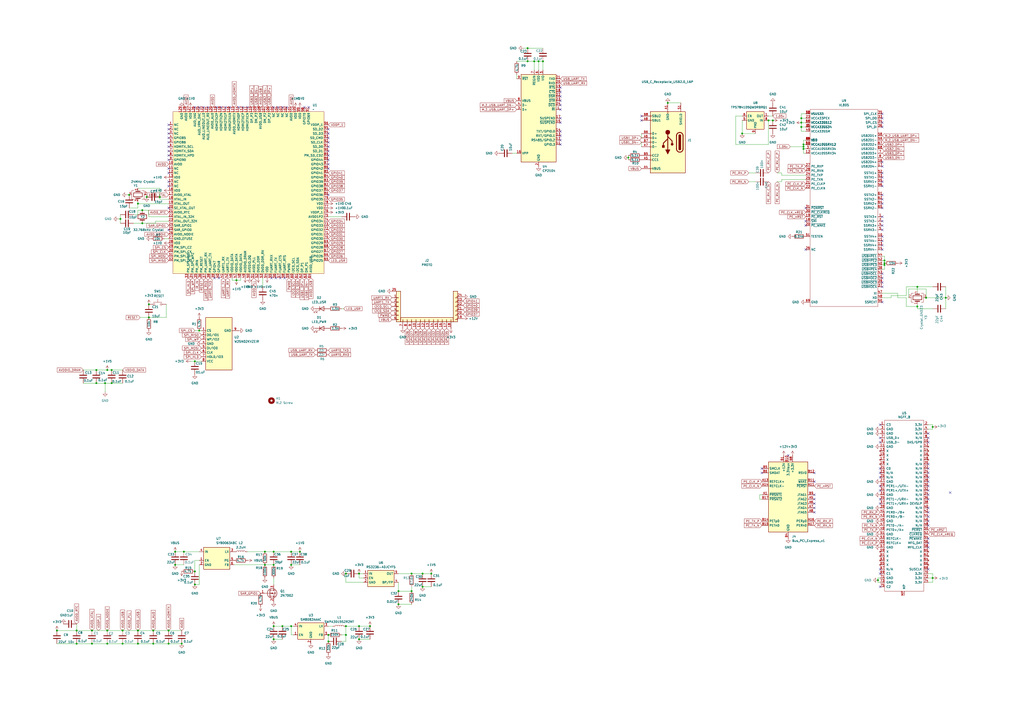
<source format=kicad_sch>
(kicad_sch (version 20231120) (generator "eeschema") (generator_version "8.0")
  (paper "A2")
  (junction (at 101.6 320.04))
  (junction (at 153.67 327.66))
  (junction (at 101.6 327.66))
  (junction (at 312.42 35.56))
  (junction (at 532.13 177.8))
  (junction (at 44.45 373.38))
  (junction (at 214.63 363.22))
  (junction (at 314.96 35.56))
  (junction (at 71.12 365.76))
  (junction (at 86.36 176.53))
  (junction (at 106.68 320.04))
  (junction (at 466.09 83.82))
  (junction (at 250.19 332.74))
  (junction (at 445.77 69.85))
  (junction (at 245.11 340.36))
  (junction (at 173.99 320.04))
  (junction (at 168.91 320.04))
  (junction (at 231.14 342.9))
  (junction (at 190.5 368.3))
  (junction (at 115.57 191.77))
  (junction (at 231.14 350.52))
  (junction (at 153.67 320.04))
  (junction (at 113.03 209.55))
  (junction (at 200.66 363.22))
  (junction (at 97.79 365.76))
  (junction (at 208.28 370.84))
  (junction (at 387.35 59.69))
  (junction (at 168.91 327.66))
  (junction (at 238.76 332.74))
  (junction (at 82.55 121.92))
  (junction (at 464.82 71.12))
  (junction (at 513.08 152.654))
  (junction (at 62.23 373.38))
  (junction (at 200.66 332.74))
  (junction (at 80.01 373.38))
  (junction (at 44.45 365.76))
  (junction (at 86.36 184.15))
  (junction (at 74.93 113.03))
  (junction (at 163.83 363.22))
  (junction (at 208.28 332.74))
  (junction (at 309.88 35.56))
  (junction (at 137.16 162.56))
  (junction (at 158.75 363.22))
  (junction (at 33.02 365.76))
  (junction (at 88.9 373.38))
  (junction (at 53.34 365.76))
  (junction (at 97.79 373.38))
  (junction (at 532.13 166.37))
  (junction (at 85.09 114.3))
  (junction (at 513.08 151.13))
  (junction (at 80.01 118.11))
  (junction (at 548.64 172.72))
  (junction (at 158.75 327.66))
  (junction (at 64.77 222.25))
  (junction (at 55.88 222.25))
  (junction (at 88.9 365.76))
  (junction (at 509.27 336.55))
  (junction (at 190.5 372.11))
  (junction (at 537.21 172.72))
  (junction (at 158.75 370.84))
  (junction (at 168.91 363.22))
  (junction (at 306.07 27.94))
  (junction (at 448.31 69.85))
  (junction (at 513.08 153.67))
  (junction (at 60.96 222.25))
  (junction (at 541.02 335.28))
  (junction (at 245.11 332.74))
  (junction (at 55.88 214.63))
  (junction (at 105.41 373.38))
  (junction (at 62.23 214.63))
  (junction (at 62.23 365.76))
  (junction (at 92.71 114.3))
  (junction (at 464.82 68.58))
  (junction (at 430.53 77.47))
  (junction (at 200.66 368.3))
  (junction (at 466.09 85.09))
  (junction (at 80.01 365.76))
  (junction (at 69.85 127))
  (junction (at 113.03 331.47))
  (junction (at 82.55 129.54))
  (junction (at 113.03 339.09))
  (junction (at 306.07 35.56))
  (junction (at 71.12 373.38))
  (junction (at 464.82 73.66))
  (junction (at 208.28 363.22))
  (junction (at 466.09 86.36))
  (junction (at 158.75 320.04))
  (junction (at 64.77 214.63))
  (junction (at 364.49 91.44))
  (junction (at 53.34 373.38))
  (junction (at 541.02 247.65))
  (junction (at 238.76 342.9))
  (no_connect (at 120.65 62.23))
  (no_connect (at 127 161.29))
  (no_connect (at 372.11 67.31))
  (no_connect (at 511.81 113.03))
  (no_connect (at 176.53 62.23))
  (no_connect (at 510.54 281.94))
  (no_connect (at 511.81 105.41))
  (no_connect (at 538.48 271.78))
  (no_connect (at 441.96 271.78))
  (no_connect (at 511.81 68.58))
  (no_connect (at 511.81 144.78))
  (no_connect (at 511.81 118.11))
  (no_connect (at 97.8133 74.9428))
  (no_connect (at 441.96 274.32))
  (no_connect (at 538.48 279.4))
  (no_connect (at 538.48 317.5))
  (no_connect (at 472.44 279.4))
  (no_connect (at 160.02 161.29))
  (no_connect (at 511.81 128.27))
  (no_connect (at 467.36 120.65))
  (no_connect (at 97.8133 97.7799))
  (no_connect (at 97.8133 105.4228))
  (no_connect (at 138.43 62.23))
  (no_connect (at 467.36 144.78))
  (no_connect (at 511.81 137.16))
  (no_connect (at 538.48 276.86))
  (no_connect (at 97.8133 72.4028))
  (no_connect (at 467.36 128.27))
  (no_connect (at 165.1 161.29))
  (no_connect (at 472.44 289.56))
  (no_connect (at 325.12 78.74))
  (no_connect (at 510.54 274.32))
  (no_connect (at 162.56 161.29))
  (no_connect (at 325.12 68.58))
  (no_connect (at 190.5 82.55))
  (no_connect (at 511.81 139.7))
  (no_connect (at 372.11 69.85))
  (no_connect (at 190.5 77.47))
  (no_connect (at 511.81 133.35))
  (no_connect (at 538.48 284.48))
  (no_connect (at 510.54 246.38))
  (no_connect (at 325.12 55.88))
  (no_connect (at 457.2 264.16))
  (no_connect (at 97.79 82.5355))
  (no_connect (at 128.27 62.23))
  (no_connect (at 115.57 62.23))
  (no_connect (at 157.48 161.29))
  (no_connect (at 551.18 285.75))
  (no_connect (at 97.79 80.014))
  (no_connect (at 511.81 142.24))
  (no_connect (at 510.54 284.48))
  (no_connect (at 510.54 254))
  (no_connect (at 510.54 289.56))
  (no_connect (at 538.48 254))
  (no_connect (at 510.54 292.1))
  (no_connect (at 510.54 332.74))
  (no_connect (at 179.07 62.23))
  (no_connect (at 538.48 294.64))
  (no_connect (at 511.81 73.66))
  (no_connect (at 161.29 62.23))
  (no_connect (at 511.81 93.98))
  (no_connect (at 166.37 62.23))
  (no_connect (at 472.44 297.18))
  (no_connect (at 472.44 287.02))
  (no_connect (at 140.97 62.23))
  (no_connect (at 538.48 256.54))
  (no_connect (at 124.46 161.29))
  (no_connect (at 472.44 274.32))
  (no_connect (at 538.48 312.42))
  (no_connect (at 97.8133 133.3628))
  (no_connect (at 325.12 50.8))
  (no_connect (at 510.54 271.78))
  (no_connect (at 472.44 292.1))
  (no_connect (at 325.12 83.82))
  (no_connect (at 190.5 80.01))
  (no_connect (at 325.12 81.28))
  (no_connect (at 511.81 125.73))
  (no_connect (at 325.12 53.34))
  (no_connect (at 130.81 62.23))
  (no_connect (at 511.81 102.87))
  (no_connect (at 97.8133 120.6628))
  (no_connect (at 538.48 274.32))
  (no_connect (at 190.5 90.17))
  (no_connect (at 97.8133 92.7136))
  (no_connect (at 511.81 115.57))
  (no_connect (at 325.12 71.12))
  (no_connect (at 158.75 62.23))
  (no_connect (at 190.5 113.03))
  (no_connect (at 325.12 76.2))
  (no_connect (at 97.8133 100.3247))
  (no_connect (at 472.44 294.64))
  (no_connect (at 510.54 256.54))
  (no_connect (at 467.36 130.81))
  (no_connect (at 538.48 302.26))
  (no_connect (at 97.79 90.17))
  (no_connect (at 510.54 276.86))
  (no_connect (at 511.81 130.81))
  (no_connect (at 190.5 87.63))
  (no_connect (at 538.48 281.94))
  (no_connect (at 511.81 161.29))
  (no_connect (at 511.81 163.83))
  (no_connect (at 97.79 87.6251))
  (no_connect (at 118.11 62.23))
  (no_connect (at 538.48 299.72))
  (no_connect (at 143.51 62.23))
  (no_connect (at 511.81 158.75))
  (no_connect (at 190.5 95.25))
  (no_connect (at 511.81 120.65))
  (no_connect (at 190.5 92.71))
  (no_connect (at 190.5 85.09))
  (no_connect (at 97.8133 107.9628))
  (no_connect (at 538.48 269.24))
  (no_connect (at 511.81 66.04))
  (no_connect (at 511.81 166.37))
  (no_connect (at 325.12 63.5))
  (no_connect (at 510.54 330.2))
  (no_connect (at 113.03 62.23))
  (no_connect (at 325.12 60.96))
  (no_connect (at 125.73 62.23))
  (no_connect (at 538.48 287.02))
  (no_connect (at 190.5 97.79))
  (no_connect (at 97.79 77.4692))
  (no_connect (at 325.12 58.42))
  (no_connect (at 538.48 330.2))
  (no_connect (at 538.48 314.96))
  (no_connect (at 538.48 297.18))
  (no_connect (at 97.79 85.0803))
  (no_connect (at 163.83 62.23))
  (no_connect (at 510.54 340.36))
  (no_connect (at 538.48 289.56))
  (no_connect (at 538.48 304.8))
  (no_connect (at 538.48 251.46))
  (no_connect (at 511.81 100.33))
  (no_connect (at 511.81 96.52))
  (no_connect (at 511.81 107.95))
  (no_connect (at 133.35 62.23))
  (no_connect (at 511.81 175.26))
  (no_connect (at 511.81 71.12))
  (no_connect (at 190.5 74.93))
  (wire (pts (xy 466.09 85.09) (xy 466.09 86.36)))
  (wire (pts (xy 238.76 342.9) (xy 238.76 340.36)))
  (wire (pts (xy 309.88 35.56) (xy 306.07 35.56)))
  (wire (pts (xy 168.91 327.66) (xy 173.99 327.66)))
  (wire (pts (xy 69.85 124.46) (xy 69.85 127)))
  (wire (pts (xy 80.0333 118.1228) (xy 80.0333 118.11)))
  (wire (pts (xy 466.09 83.82) (xy 467.36 83.82)))
  (wire (pts (xy 55.88 222.25) (xy 60.96 222.25)))
  (wire (pts (xy 198.12 368.3) (xy 200.66 368.3)))
  (wire (pts (xy 532.13 177.8) (xy 532.13 179.07)))
  (wire (pts (xy 158.75 363.22) (xy 163.83 363.22)))
  (wire (pts (xy 80.01 109.22) (xy 92.71 109.22)))
  (wire (pts (xy 80.01 365.76) (xy 88.9 365.76)))
  (wire (pts (xy 97.79 373.38) (xy 105.41 373.38)))
  (wire (pts (xy 364.49 91.44) (xy 364.49 92.71)))
  (wire (pts (xy 95.446 138.4428) (xy 97.8133 138.4428)))
  (wire (pts (xy 44.45 365.76) (xy 53.34 365.76)))
  (wire (pts (xy 364.49 90.17) (xy 364.49 91.44)))
  (wire (pts (xy 88.9 365.76) (xy 97.79 365.76)))
  (wire (pts (xy 516.89 171.45) (xy 525.78 171.45)))
  (wire (pts (xy 231.14 342.9) (xy 238.76 342.9)))
  (wire (pts (xy 158.75 370.84) (xy 163.83 370.84)))
  (wire (pts (xy 139.7 162.56) (xy 139.7 161.29)))
  (wire (pts (xy 115.57 339.09) (xy 115.57 327.66)))
  (wire (pts (xy 231.14 337.82) (xy 231.14 342.9)))
  (wire (pts (xy 520.7 170.18) (xy 520.7 172.72)))
  (wire (pts (xy 306.07 27.94) (xy 314.96 27.94)))
  (wire (pts (xy 200.66 337.82) (xy 200.66 332.74)))
  (wire (pts (xy 199.39 179.07) (xy 198.12 179.07)))
  (wire (pts (xy 71.12 365.76) (xy 80.01 365.76)))
  (wire (pts (xy 231.14 350.52) (xy 238.76 350.52)))
  (wire (pts (xy 153.67 320.04) (xy 158.75 320.04)))
  (wire (pts (xy 453.39 104.14) (xy 453.39 105.41)))
  (wire (pts (xy 466.09 86.36) (xy 466.09 88.9)))
  (wire (pts (xy 426.72 83.82) (xy 445.77 83.82)))
  (wire (pts (xy 64.77 222.25) (xy 71.12 222.25)))
  (wire (pts (xy 541.02 247.65) (xy 541.02 248.92)))
  (wire (pts (xy 80.01 124.46) (xy 77.47 124.46)))
  (wire (pts (xy 106.68 320.04) (xy 115.57 320.04)))
  (wire (pts (xy 441.96 289.56) (xy 440.69 289.56)))
  (wire (pts (xy 467.36 66.04) (xy 464.82 66.04)))
  (wire (pts (xy 163.83 363.22) (xy 168.91 363.22)))
  (wire (pts (xy 430.53 77.47) (xy 430.53 69.85)))
  (wire (pts (xy 113.03 339.09) (xy 115.57 339.09)))
  (wire (pts (xy 445.77 83.82) (xy 445.77 69.85)))
  (wire (pts (xy 440.69 289.56) (xy 440.69 287.02)))
  (wire (pts (xy 168.91 320.04) (xy 173.99 320.04)))
  (wire (pts (xy 97.79 365.76) (xy 105.41 365.76)))
  (wire (pts (xy 527.05 172.72) (xy 527.05 167.64)))
  (wire (pts (xy 210.82 335.28) (xy 208.28 335.28)))
  (wire (pts (xy 372.11 82.55) (xy 372.11 85.09)))
  (wire (pts (xy 190.5 372.11) (xy 190.5 368.3)))
  (wire (pts (xy 297.18 88.9) (xy 299.72 88.9)))
  (wire (pts (xy 548.64 172.72) (xy 548.64 179.07)))
  (wire (pts (xy 464.82 73.66) (xy 464.82 76.2)))
  (wire (pts (xy 64.77 214.63) (xy 71.12 214.63)))
  (wire (pts (xy 82.55 121.92) (xy 80.01 121.92)))
  (wire (pts (xy 453.39 101.6) (xy 467.36 101.6)))
  (wire (pts (xy 214.63 363.22) (xy 208.28 363.22)))
  (wire (pts (xy 516.89 172.72) (xy 516.89 171.45)))
  (wire (pts (xy 511.81 170.18) (xy 520.7 170.18)))
  (wire (pts (xy 509.27 336.55) (xy 509.27 337.82)))
  (wire (pts (xy 314.96 35.56) (xy 314.96 40.64)))
  (wire (pts (xy 80.01 116.84) (xy 80.01 118.11)))
  (wire (pts (xy 81.28 184.15) (xy 86.36 184.15)))
  (wire (pts (xy 92.71 115.5828) (xy 92.71 114.3)))
  (wire (pts (xy 92.71 109.22) (xy 92.71 114.3)))
  (wire (pts (xy 464.82 66.04) (xy 464.82 68.58)))
  (wire (pts (xy 101.6 320.04) (xy 106.68 320.04)))
  (wire (pts (xy 53.34 373.38) (xy 62.23 373.38)))
  (wire (pts (xy 168.91 368.3) (xy 168.91 363.22)))
  (wire (pts (xy 86.36 184.15) (xy 96.52 184.15)))
  (wire (pts (xy 208.28 332.74) (xy 210.82 332.74)))
  (wire (pts (xy 95.446 138.43) (xy 95.25 138.43)))
  (wire (pts (xy 113.03 209.55) (xy 116.84 209.55)))
  (wire (pts (xy 511.81 148.59) (xy 513.08 148.59)))
  (wire (pts (xy 510.54 335.28) (xy 509.27 335.28)))
  (wire (pts (xy 509.27 335.28) (xy 509.27 336.55)))
  (wire (pts (xy 113.03 191.77) (xy 115.57 191.77)))
  (wire (pts (xy 513.08 152.654) (xy 513.08 153.67)))
  (wire (pts (xy 208.28 332.74) (xy 208.28 335.28)))
  (wire (pts (xy 60.96 222.25) (xy 64.77 222.25)))
  (wire (pts (xy 55.88 214.63) (xy 48.26 214.63)))
  (wire (pts (xy 101.6 327.66) (xy 106.68 327.66)))
  (wire (pts (xy 464.82 76.2) (xy 467.36 76.2)))
  (wire (pts (xy 170.18 368.3) (xy 168.91 368.3)))
  (wire (pts (xy 135.89 327.66) (xy 153.67 327.66)))
  (wire (pts (xy 88.9 373.38) (xy 97.79 373.38)))
  (wire (pts (xy 525.78 166.37) (xy 525.78 171.45)))
  (wire (pts (xy 464.82 68.58) (xy 464.82 71.12)))
  (wire (pts (xy 44.45 373.38) (xy 53.34 373.38)))
  (wire (pts (xy 95.446 138.4428) (xy 95.446 138.43)))
  (wire (pts (xy 90.1933 129.54) (xy 82.55 129.54)))
  (wire (pts (xy 73.66 113.03) (xy 74.93 113.03)))
  (wire (pts (xy 541.02 246.38) (xy 541.02 247.65)))
  (wire (pts (xy 511.81 172.72) (xy 516.89 172.72)))
  (wire (pts (xy 82.55 121.92) (xy 86.36 121.92)))
  (wire (pts (xy 541.02 166.37) (xy 532.13 166.37)))
  (wire (pts (xy 168.91 363.22) (xy 170.18 363.22)))
  (wire (pts (xy 440.69 287.02) (xy 441.96 287.02)))
  (wire (pts (xy 200.66 368.3) (xy 200.66 363.22)))
  (wire (pts (xy 445.77 69.85) (xy 448.31 69.85)))
  (wire (pts (xy 80.0333 118.11) (xy 80.01 118.11)))
  (wire (pts (xy 152.4 166.37) (xy 152.4 161.29)))
  (wire (pts (xy 450.85 100.33) (xy 453.39 100.33)))
  (wire (pts (xy 62.23 214.63) (xy 55.88 214.63)))
  (wire (pts (xy 53.34 365.76) (xy 62.23 365.76)))
  (wire (pts (xy 69.85 127) (xy 69.85 129.54)))
  (wire (pts (xy 71.12 373.38) (xy 80.01 373.38)))
  (wire (pts (xy 448.31 67.31) (xy 445.77 67.31)))
  (wire (pts (xy 210.82 337.82) (xy 200.66 337.82)))
  (wire (pts (xy 115.57 325.12) (xy 113.03 325.12)))
  (wire (pts (xy 464.82 73.66) (xy 467.36 73.66)))
  (wire (pts (xy 450.85 105.41) (xy 453.39 105.41)))
  (wire (pts (xy 137.16 161.29) (xy 137.16 162.56)))
  (wire (pts (xy 387.35 59.69) (xy 394.97 59.69)))
  (wire (pts (xy 541.02 179.07) (xy 532.13 179.07)))
  (wire (pts (xy 33.02 373.38) (xy 44.45 373.38)))
  (wire (pts (xy 467.36 81.28) (xy 466.09 81.28)))
  (wire (pts (xy 511.81 153.67) (xy 513.08 153.67)))
  (wire (pts (xy 68.58 127) (xy 69.85 127)))
  (wire (pts (xy 245.11 340.36) (xy 250.19 340.36)))
  (wire (pts (xy 48.26 222.25) (xy 55.88 222.25)))
  (wire (pts (xy 113.03 325.12) (xy 113.03 331.47)))
  (wire (pts (xy 520.7 172.72) (xy 525.78 172.72)))
  (wire (pts (xy 541.02 337.82) (xy 538.48 337.82)))
  (wire (pts (xy 513.08 148.59) (xy 513.08 151.13)))
  (wire (pts (xy 33.02 365.76) (xy 44.45 365.76)))
  (wire (pts (xy 80.01 121.92) (xy 80.01 124.46)))
  (wire (pts (xy 525.78 177.8) (xy 532.13 177.8)))
  (wire (pts (xy 312.42 35.56) (xy 314.96 35.56)))
  (wire (pts (xy 548.64 166.37) (xy 548.64 172.72)))
  (wire (pts (xy 96.52 176.53) (xy 96.52 184.15)))
  (wire (pts (xy 60.96 227.33) (xy 60.96 222.25)))
  (wire (pts (xy 110.49 209.55) (xy 113.03 209.55)))
  (wire (pts (xy 511.81 151.13) (xy 513.08 151.13)))
  (wire (pts (xy 231.14 332.74) (xy 238.76 332.74)))
  (wire (pts (xy 198.12 125.73) (xy 190.5 125.73)))
  (wire (pts (xy 62.23 214.63) (xy 64.77 214.63)))
  (wire (pts (xy 312.42 40.64) (xy 312.42 35.56)))
  (wire (pts (xy 537.21 167.64) (xy 537.21 172.72)))
  (wire (pts (xy 466.09 81.28) (xy 466.09 83.82)))
  (wire (pts (xy 115.57 191.77) (xy 116.84 191.77)))
  (wire (pts (xy 438.15 77.47) (xy 430.53 77.47)))
  (wire (pts (xy 430.53 67.31) (xy 426.72 67.31)))
  (wire (pts (xy 434.34 105.41) (xy 438.15 105.41)))
  (wire (pts (xy 537.21 172.72) (xy 548.64 172.72)))
  (wire (pts (xy 80.0333 118.1228) (xy 97.8133 118.1228)))
  (wire (pts (xy 541.02 335.28) (xy 541.02 337.82)))
  (wire (pts (xy 438.15 100.33) (xy 434.34 100.33)))
  (wire (pts (xy 303.53 27.94) (xy 306.07 27.94)))
  (wire (pts (xy 74.93 120.65) (xy 80.01 120.65)))
  (wire (pts (xy 541.02 248.92) (xy 538.48 248.92)))
  (wire (pts (xy 86.36 121.92) (xy 86.36 125.7428)))
  (wire (pts (xy 306.07 35.56) (xy 299.72 35.56)))
  (wire (pts (xy 158.75 335.28) (xy 158.75 339.09)))
  (wire (pts (xy 238.76 332.74) (xy 245.11 332.74)))
  (wire (pts (xy 143.51 320.04) (xy 153.67 320.04)))
  (wire (pts (xy 513.08 153.67) (xy 513.08 156.21)))
  (wire (pts (xy 137.16 162.56) (xy 139.7 162.56)))
  (wire (pts (xy 85.09 113.03) (xy 85.09 114.3)))
  (wire (pts (xy 532.13 177.8) (xy 532.13 176.53)))
  (wire (pts (xy 466.09 88.9) (xy 467.36 88.9)))
  (wire (pts (xy 466.09 83.82) (xy 466.09 85.09)))
  (wire (pts (xy 453.39 101.6) (xy 453.39 100.33)))
  (wire (pts (xy 312.42 35.56) (xy 309.88 35.56)))
  (wire (pts (xy 538.48 332.74) (xy 541.02 332.74)))
  (wire (pts (xy 80.01 120.65) (xy 80.01 118.11)))
  (wire (pts (xy 158.75 320.04) (xy 168.91 320.04)))
  (wire (pts (xy 134.62 161.29) (xy 134.62 162.56)))
  (wire (pts (xy 90.1933 128.2828) (xy 90.1933 129.54)))
  (wire (pts (xy 62.23 365.76) (xy 71.12 365.76)))
  (wire (pts (xy 525.78 166.37) (xy 532.13 166.37)))
  (wire (pts (xy 525.78 172.72) (xy 525.78 177.8)))
  (wire (pts (xy 509.27 337.82) (xy 510.54 337.82)))
  (wire (pts (xy 466.09 86.36) (xy 467.36 86.36)))
  (wire (pts (xy 80.01 373.38) (xy 88.9 373.38)))
  (wire (pts (xy 193.04 363.22) (xy 190.5 363.22)))
  (wire (pts (xy 245.11 332.74) (xy 250.19 332.74)))
  (wire (pts (xy 44.45 361.95) (xy 44.45 365.76)))
  (wire (pts (xy 137.16 162.56) (xy 134.62 162.56)))
  (wire (pts (xy 426.72 67.31) (xy 426.72 83.82)))
  (wire (pts (xy 464.82 71.12) (xy 467.36 71.12)))
  (wire (pts (xy 527.05 167.64) (xy 537.21 167.64)))
  (wire (pts (xy 92.71 115.5828) (xy 97.8133 115.5828)))
  (wire (pts (xy 62.23 373.38) (xy 71.12 373.38)))
  (wire (pts (xy 153.67 327.66) (xy 158.75 327.66)))
  (wire (pts (xy 513.08 156.21) (xy 511.81 156.21)))
  (wire (pts (xy 200.66 368.3) (xy 200.66 372.11)))
  (wire (pts (xy 77.47 129.54) (xy 82.55 129.54)))
  (wire (pts (xy 464.82 71.12) (xy 464.82 73.66)))
  (wire (pts (xy 541.02 332.74) (xy 541.02 335.28)))
  (wire (pts (xy 464.82 68.58) (xy 467.36 68.58)))
  (wire (pts (xy 86.36 125.7428) (xy 97.8133 125.7428)))
  (wire (pts (xy 200.66 363.22) (xy 208.28 363.22)))
  (wire (pts (xy 97.8133 128.2828) (xy 90.1933 128.2828)))
  (wire (pts (xy 453.39 104.14) (xy 467.36 104.14)))
  (wire (pts (xy 299.72 43.18) (xy 299.72 45.72)))
  (wire (pts (xy 372.11 77.47) (xy 372.11 80.01)))
  (wire (pts (xy 538.48 335.28) (xy 541.02 335.28)))
  (wire (pts (xy 466.09 85.09) (xy 458.47 85.09)))
  (wire (pts (xy 200.66 372.11) (xy 198.12 372.11)))
  (wire (pts (xy 208.28 370.84) (xy 214.63 370.84)))
  (wire (pts (xy 513.08 151.13) (xy 513.08 152.654)))
  (wire (pts (xy 538.48 246.38) (xy 541.02 246.38)))
  (wire (pts (xy 309.88 35.56) (xy 309.88 40.64)))
  (wire (pts (xy 532.13 166.37) (xy 532.13 168.91)))
  (global_label "GPIO32" (shape input) (at 251.46 190.5 270) (property "Intersheetrefs" "${INTERSHEET_REFS}" (effects (hide yes))))
  (global_label "PE_CLK_nREQ" (shape input) (at 467.36 123.19 180) (property "Intersheetrefs" "${INTERSHEET_REFS}" (effects (hide yes))))
  (global_label "1.05v" (shape input) (at 448.31 67.31 0) (property "Intersheetrefs" "${INTERSHEET_REFS}" (effects (hide yes))))
  (global_label "AVDD" (shape input) (at 105.41 365.76 90) (property "Intersheetrefs" "${INTERSHEET_REFS}" (effects (hide yes))))
  (global_label "PE_TX_N" (shape input) (at 467.36 99.06 180) (property "Intersheetrefs" "${INTERSHEET_REFS}" (effects (hide yes))))
  (global_label "USB2_DN-" (shape input) (at 153.67 62.23 90) (property "Intersheetrefs" "${INTERSHEET_REFS}" (effects (hide yes))))
  (global_label "SAR_GPIO1" (shape input) (at 97.8133 130.8228 180) (property "Intersheetrefs" "${INTERSHEET_REFS}" (effects (hide yes))))
  (global_label "GPIO40" (shape input) (at 190.5 102.87 0) (property "Intersheetrefs" "${INTERSHEET_REFS}" (effects (hide yes))))
  (global_label "UART1_RX" (shape input) (at 132.08 161.29 270) (property "Intersheetrefs" "${INTERSHEET_REFS}" (effects (hide yes))))
  (global_label "USB1_DN-" (shape input) (at 177.8 161.29 270) (property "Intersheetrefs" "${INTERSHEET_REFS}" (effects (hide yes))))
  (global_label "GPIO38" (shape input) (at 190.5 107.95 0) (property "Intersheetrefs" "${INTERSHEET_REFS}" (effects (hide yes))))
  (global_label "AVDD_XTAL" (shape input) (at 53.34 365.76 90) (property "Intersheetrefs" "${INTERSHEET_REFS}" (effects (hide yes))))
  (global_label "SPI_MOSI" (shape input) (at 97.8133 148.6028 180) (property "Intersheetrefs" "${INTERSHEET_REFS}" (effects (hide yes))))
  (global_label "AVDD_RTC" (shape input) (at 97.8133 123.1701 180) (property "Intersheetrefs" "${INTERSHEET_REFS}" (effects (hide yes))))
  (global_label "AVDD" (shape input) (at 97.8133 95.2584 180) (property "Intersheetrefs" "${INTERSHEET_REFS}" (effects (hide yes))))
  (global_label "GPIO29" (shape input) (at 243.84 190.5 270) (property "Intersheetrefs" "${INTERSHEET_REFS}" (effects (hide yes))))
  (global_label "GPIO33" (shape input) (at 254 190.5 270) (property "Intersheetrefs" "${INTERSHEET_REFS}" (effects (hide yes))))
  (global_label "M.2_USB_UART_DN-" (shape input) (at 511.81 81.28 0) (property "Intersheetrefs" "${INTERSHEET_REFS}" (effects (hide yes))))
  (global_label "AVDD_USB" (shape input) (at 151.13 62.23 90) (property "Intersheetrefs" "${INTERSHEET_REFS}" (effects (hide yes))))
  (global_label "GPIO32" (shape input) (at 190.5 133.35 0) (property "Intersheetrefs" "${INTERSHEET_REFS}" (effects (hide yes))))
  (global_label "USB3_DP+" (shape input) (at 511.81 88.9 0) (property "Intersheetrefs" "${INTERSHEET_REFS}" (effects (hide yes))))
  (global_label "VBUS" (shape input) (at 227.33 185.42 180) (property "Intersheetrefs" "${INTERSHEET_REFS}" (effects (hide yes))))
  (global_label "RESET" (shape input) (at 81.28 184.15 180) (property "Intersheetrefs" "${INTERSHEET_REFS}" (effects (hide yes))))
  (global_label "GPIO37" (shape input) (at 268.605 182.245 0) (property "Intersheetrefs" "${INTERSHEET_REFS}" (effects (hide yes))))
  (global_label "AVDD_PLL" (shape input) (at 147.32 161.29 270) (property "Intersheetrefs" "${INTERSHEET_REFS}" (effects (hide yes))))
  (global_label "AVDD" (shape input) (at 168.91 62.23 90) (property "Intersheetrefs" "${INTERSHEET_REFS}" (effects (hide yes))))
  (global_label "SPI_MOSI" (shape input) (at 116.84 201.93 180) (property "Intersheetrefs" "${INTERSHEET_REFS}" (effects (hide yes))))
  (global_label "VDDIO_DATA" (shape input) (at 71.12 214.63 0) (property "Intersheetrefs" "${INTERSHEET_REFS}" (effects (hide yes))))
  (global_label "AVDD_RTC" (shape input) (at 44.45 361.95 90) (property "Intersheetrefs" "${INTERSHEET_REFS}" (effects (hide yes))))
  (global_label "PE_CLK_N" (shape input) (at 467.36 109.22 180) (property "Intersheetrefs" "${INTERSHEET_REFS}" (effects (hide yes))))
  (global_label "AVDD_HDMITX" (shape input) (at 135.89 62.23 90) (property "Intersheetrefs" "${INTERSHEET_REFS}" (effects (hide yes))))
  (global_label "GPIO35" (shape input) (at 259.08 190.5 270) (property "Intersheetrefs" "${INTERSHEET_REFS}" (effects (hide yes))))
  (global_label "AVDD_USB" (shape input) (at 71.12 365.76 90) (property "Intersheetrefs" "${INTERSHEET_REFS}" (effects (hide yes))))
  (global_label "AVDD_HDMITX" (shape input) (at 97.79 365.76 90) (property "Intersheetrefs" "${INTERSHEET_REFS}" (effects (hide yes))))
  (global_label "I2C0_SCL" (shape input) (at 170.18 161.29 270) (property "Intersheetrefs" "${INTERSHEET_REFS}" (effects (hide yes))))
  (global_label "UART1_TX" (shape input) (at 227.33 175.26 180) (property "Intersheetrefs" "${INTERSHEET_REFS}" (effects (hide yes))))
  (global_label "USB3_DP+" (shape input) (at 146.05 62.23 90) (property "Intersheetrefs" "${INTERSHEET_REFS}" (effects (hide yes))))
  (global_label "UART0_RXD" (shape input) (at 190.5 205.74 0) (property "Intersheetrefs" "${INTERSHEET_REFS}" (effects (hide yes))))
  (global_label "I2C0_SDA" (shape input) (at 172.72 161.29 270) (property "Intersheetrefs" "${INTERSHEET_REFS}" (effects (hide yes))))
  (global_label "USB2_DP+" (shape input) (at 156.21 62.23 90) (property "Intersheetrefs" "${INTERSHEET_REFS}" (effects (hide yes))))
  (global_label "M.2_USB_UART_DP+" (shape input) (at 299.72 63.5 180) (property "Intersheetrefs" "${INTERSHEET_REFS}" (effects (hide yes))))
  (global_label "PE_RX_N" (shape input) (at 510.54 299.72 180) (property "Intersheetrefs" "${INTERSHEET_REFS}" (effects (hide yes))))
  (global_label "GPIO31" (shape input) (at 190.5 135.89 0) (property "Intersheetrefs" "${INTERSHEET_REFS}" (effects (hide yes))))
  (global_label "USB2_DP+" (shape input) (at 511.81 83.82 0) (property "Intersheetrefs" "${INTERSHEET_REFS}" (effects (hide yes))))
  (global_label "GPIO35" (shape input) (at 190.5 115.57 0) (property "Intersheetrefs" "${INTERSHEET_REFS}" (effects (hide yes))))
  (global_label "GPIO28" (shape input) (at 190.5 143.51 0) (property "Intersheetrefs" "${INTERSHEET_REFS}" (effects (hide yes))))
  (global_label "USB1_DP+" (shape input) (at 372.11 80.01 180) (property "Intersheetrefs" "${INTERSHEET_REFS}" (effects (hide yes))))
  (global_label "SPI_HLD" (shape input) (at 109.22 161.29 270) (property "Intersheetrefs" "${INTERSHEET_REFS}" (effects (hide yes))))
  (global_label "SPI_CLK" (shape input) (at 116.84 204.47 180) (property "Intersheetrefs" "${INTERSHEET_REFS}" (effects (hide yes))))
  (global_label "SPI_CS" (shape input) (at 113.03 191.77 180) (property "Intersheetrefs" "${INTERSHEET_REFS}" (effects (hide yes))))
  (global_label "PE_TX_N" (shape input) (at 510.54 304.8 180) (property "Intersheetrefs" "${INTERSHEET_REFS}" (effects (hide yes))))
  (global_label "PE_nRST" (shape input) (at 467.36 125.73 180) (property "Intersheetrefs" "${INTERSHEET_REFS}" (effects (hide yes))))
  (global_label "AVDD" (shape input) (at 107.95 62.23 90) (property "Intersheetrefs" "${INTERSHEET_REFS}" (effects (hide yes))))
  (global_label "GPIO40" (shape input) (at 268.605 177.165 0) (property "Intersheetrefs" "${INTERSHEET_REFS}" (effects (hide yes))))
  (global_label "GPIO39" (shape input) (at 268.605 179.705 0) (property "Intersheetrefs" "${INTERSHEET_REFS}" (effects (hide yes))))
  (global_label "GPIO33" (shape input) (at 190.5 130.81 0) (property "Intersheetrefs" "${INTERSHEET_REFS}" (effects (hide yes))))
  (global_label "PE_RX_C_P" (shape input) (at 445.77 100.33 90) (property "Intersheetrefs" "${INTERSHEET_REFS}" (effects (hide yes))))
  (global_label "USB_UART_TX" (shape input) (at 182.88 205.74 180) (property "Intersheetrefs" "${INTERSHEET_REFS}" (effects (hide yes))))
  (global_label "PE_RX_N" (shape input) (at 472.44 304.8 0) (property "Intersheetrefs" "${INTERSHEET_REFS}" (effects (hide yes))))
  (global_label "USB3_DN-" (shape input) (at 148.59 62.23 90) (property "Intersheetrefs" "${INTERSHEET_REFS}" (effects (hide yes))))
  (global_label "PE_TX_P" (shape input) (at 467.36 96.52 180) (property "Intersheetrefs" "${INTERSHEET_REFS}" (effects (hide yes))))
  (global_label "AVDD_USB" (shape input) (at 180.34 161.29 270) (property "Intersheetrefs" "${INTERSHEET_REFS}" (effects (hide yes))))
  (global_label "USB3_DN-" (shape input) (at 511.81 91.44 0) (property "Intersheetrefs" "${INTERSHEET_REFS}" (effects (hide yes))))
  (global_label "RESET" (shape input) (at 116.84 161.29 270) (property "Intersheetrefs" "${INTERSHEET_REFS}" (effects (hide yes))))
  (global_label "PE_CLK_nREQ" (shape input) (at 538.48 309.88 0) (property "Intersheetrefs" "${INTERSHEET_REFS}" (effects (hide yes))))
  (global_label "GPIO34" (shape input) (at 190.5 128.27 0) (property "Intersheetrefs" "${INTERSHEET_REFS}" (effects (hide yes))))
  (global_label "IR_IN" (shape input) (at 114.3 161.29 270) (property "Intersheetrefs" "${INTERSHEET_REFS}" (effects (hide yes))))
  (global_label "UART0_RXD" (shape input) (at 119.38 161.29 270) (property "Intersheetrefs" "${INTERSHEET_REFS}" (effects (hide yes))))
  (global_label "PE_RX_C_N" (shape input) (at 450.85 105.41 270) (property "Intersheetrefs" "${INTERSHEET_REFS}" (effects (hide yes))))
  (global_label "AVDD_XTAL" (shape input) (at 97.8133 113.0428 180) (property "Intersheetrefs" "${INTERSHEET_REFS}" (effects (hide yes))))
  (global_label "PE_RX_N" (shape input) (at 434.34 105.41 180) (property "Intersheetrefs" "${INTERSHEET_REFS}" (effects (hide yes))))
  (global_label "SPI_HLD" (shape input) (at 116.84 207.01 180) (property "Intersheetrefs" "${INTERSHEET_REFS}" (effects (hide yes))))
  (global_label "USB_UART_RX" (shape input) (at 325.12 48.26 0) (property "Intersheetrefs" "${INTERSHEET_REFS}" (effects (hide yes))))
  (global_label "USB2_DN-" (shape input) (at 511.81 86.36 0) (property "Intersheetrefs" "${INTERSHEET_REFS}" (effects (hide yes))))
  (global_label "PE_TX_P" (shape input) (at 510.54 307.34 180) (property "Intersheetrefs" "${INTERSHEET_REFS}" (effects (hide yes))))
  (global_label "PE_nRST" (shape input) (at 472.44 281.94 0) (property "Intersheetrefs" "${INTERSHEET_REFS}" (effects (hide yes))))
  (global_label "UART0_TXD" (shape input) (at 190.5 203.2 0) (property "Intersheetrefs" "${INTERSHEET_REFS}" (effects (hide yes))))
  (global_label "PWM0" (shape input) (at 167.64 161.29 270) (property "Intersheetrefs" "${INTERSHEET_REFS}" (effects (hide yes))))
  (global_label "PE_RX_P" (shape input) (at 472.44 302.26 0) (property "Intersheetrefs" "${INTERSHEET_REFS}" (effects (hide yes))))
  (global_label "UART0_TXD" (shape input) (at 121.92 161.29 270) (property "Intersheetrefs" "${INTERSHEET_REFS}" (effects (hide yes))))
  (global_label "VDDP_1" (shape input) (at 57.15 365.76 90) (property "Intersheetrefs" "${INTERSHEET_REFS}" (effects (hide yes))))
  (global_label "USB1_DN-" (shape input) (at 372.11 82.55 180) (property "Intersheetrefs" "${INTERSHEET_REFS}" (effects (hide yes))))
  (global_label "SPI_CS" (shape input) (at 97.8133 143.5228 180) (property "Intersheetrefs" "${INTERSHEET_REFS}" (effects (hide yes))))
  (global_label "I2C0_SCL" (shape input) (at 227.33 177.8 180) (property "Intersheetrefs" "${INTERSHEET_REFS}" (effects (hide yes))))
  (global_label "PWM0" (shape input) (at 227.33 182.88 180) (property "Intersheetrefs" "${INTERSHEET_REFS}" (effects (hide yes))))
  (global_label "SPI_CLK" (shape input) (at 97.8133 146.0628 180) (property "Intersheetrefs" "${INTERSHEET_REFS}" (effects (hide yes))))
  (global_label "PE_RX_P" (shape input) (at 434.34 100.33 180) (property "Intersheetrefs" "${INTERSHEET_REFS}" (effects (hide yes))))
  (global_label "PE_CLK_N" (shape input) (at 510.54 312.42 180) (property "Intersheetrefs" "${INTERSHEET_REFS}" (effects (hide yes))))
  (global_label "GPIO30" (shape input) (at 246.38 190.5 270) (property "Intersheetrefs" "${INTERSHEET_REFS}" (effects (hide yes))))
  (global_label "LED_USR" (shape input) (at 199.39 179.07 0) (property "Intersheetrefs" "${INTERSHEET_REFS}" (effects (hide yes))))
  (global_label "AVDD_NODIE" (shape input) (at 97.8133 135.9028 180) (property "Intersheetrefs" "${INTERSHEET_REFS}" (effects (hide yes))))
  (global_label "PE_CLK_N" (shape input) (at 441.96 281.94 180) (property "Intersheetrefs" "${INTERSHEET_REFS}" (effects (hide yes))))
  (global_label "VDDP_1" (shape input) (at 190.5 72.39 0) (property "Intersheetrefs" "${INTERSHEET_REFS}" (effects (hide yes))))
  (global_label "GPIO27" (shape input) (at 190.5 146.05 0) (property "Intersheetrefs" "${INTERSHEET_REFS}" (effects (hide yes))))
  (global_label "GPIO26" (shape input) (at 190.5 148.59 0) (property "Intersheetrefs" "${INTERSHEET_REFS}" (effects (hide yes))))
  (global_label "LED_USR" (shape input) (at 190.5 151.13 0) (property "Intersheetrefs" "${INTERSHEET_REFS}" (effects (hide yes))))
  (global_label "PE_nRST" (shape input) (at 538.48 307.34 0) (property "Intersheetrefs" "${INTERSHEET_REFS}" (effects (hide yes))))
  (global_label "UART1_RX" (shape input) (at 227.33 172.72 180) (property "Intersheetrefs" "${INTERSHEET_REFS}" (effects (hide yes))))
  (global_label "SPI_WP" (shape input) (at 116.84 196.85 180) (property "Intersheetrefs" "${INTERSHEET_REFS}" (effects (hide yes))))
  (global_label "SPI_WP" (shape input) (at 111.76 161.29 270) (property "Intersheetrefs" "${INTERSHEET_REFS}" (effects (hide yes))))
  (global_label "USB_UART_TX" (shape input) (at 325.12 45.72 0) (property "Intersheetrefs" "${INTERSHEET_REFS}" (effects (hide yes))))
  (global_label "1.05v" (shape input) (at 458.47 85.09 180) (property "Intersheetrefs" "${INTERSHEET_REFS}" (effects (hide yes))))
  (global_label "PE_CLK_P" (shape input) (at 510.54 314.96 180) (property "Intersheetrefs" "${INTERSHEET_REFS}" (effects (hide yes))))
  (global_label "VBUS" (shape input) (at 299.72 58.42 180) (property "Intersheetrefs" "${INTERSHEET_REFS}" (effects (hide yes))))
  (global_label "PE_CLK_P" (shape input) (at 467.36 106.68 180) (property "Intersheetrefs" "${INTERSHEET_REFS}" (effects (hide yes))))
  (global_label "AVDD_NODIE" (shape input) (at 62.23 365.76 90) (property "Intersheetrefs" "${INTERSHEET_REFS}" (effects (hide yes))))
  (global_label "GPIO27" (shape input) (at 238.76 190.5 270) (property "Intersheetrefs" "${INTERSHEET_REFS}" (effects (hide yes))))
  (global_label "GPIO31" (shape input) (at 248.92 190.5 270) (property "Intersheetrefs" "${INTERSHEET_REFS}" (effects (hide yes))))
  (global_label "PE_TX_N" (shape input) (at 441.96 304.8 180) (property "Intersheetrefs" "${INTERSHEET_REFS}" (effects (hide yes))))
  (global_label "AVDD_AUD" (shape input) (at 88.9 365.76 90) (property "Intersheetrefs" "${INTERSHEET_REFS}" (effects (hide yes))))
  (global_label "PE_TX_P" (shape input) (at 441.96 302.26 180) (property "Intersheetrefs" "${INTERSHEET_REFS}" (effects (hide yes))))
  (global_label "GPIO26" (shape input) (at 236.22 190.5 270) (property "Intersheetrefs" "${INTERSHEET_REFS}" (effects (hide yes))))
  (global_label "GPIO29" (shape input) (at 190.5 140.97 0) (property "Intersheetrefs" "${INTERSHEET_REFS}" (effects (hide yes))))
  (global_label "SPI_MISO" (shape input) (at 116.84 194.31 180) (property "Intersheetrefs" "${INTERSHEET_REFS}" (effects (hide yes))))
  (global_label "SPI_MISO" (shape input) (at 97.8133 151.1428 180) (property "Intersheetrefs" "${INTERSHEET_REFS}" (effects (hide yes))))
  (global_label "GPIO39" (shape input) (at 190.5 105.41 0) (property "Intersheetrefs" "${INTERSHEET_REFS}" (effects (hide yes))))
  (global_label "M.2_USB_UART_DN-" (shape input) (at 299.72 60.96 180) (property "Intersheetrefs" "${INTERSHEET_REFS}" (effects (hide yes))))
  (global_label "GPIO30" (shape input) (at 190.5 138.43 0) (property "Intersheetrefs" "${INTERSHEET_REFS}" (effects (hide yes))))
  (global_label "GPIO28" (shape input) (at 241.3 190.5 270) (property "Intersheetrefs" "${INTERSHEET_REFS}" (effects (hide yes))))
  (global_label "USB_UART_RX" (shape input) (at 182.88 203.2 180) (property "Intersheetrefs" "${INTERSHEET_REFS}" (effects (hide yes))))
  (global_label "USB1_DP+" (shape input) (at 175.26 161.29 270) (property "Intersheetrefs" "${INTERSHEET_REFS}" (effects (hide yes))))
  (global_label "PE_RX_C_P" (shape input) (at 450.85 100.33 90) (property "Intersheetrefs" "${INTERSHEET_REFS}" (effects (hide yes))))
  (global_label "AVDD_PLL" (shape input) (at 74.93 365.76 90) (property "Intersheetrefs" "${INTERSHEET_REFS}" (effects (hide yes))))
  (global_label "VBUS" (shape input) (at 372.11 97.79 180) (property "Intersheetrefs" "${INTERSHEET_REFS}" (effects (hide yes))))
  (global_label "AVDD" (shape input) (at 123.19 62.23 90) (property "Intersheetrefs" "${INTERSHEET_REFS}" (effects (hide yes))))
  (global_label "PE_RX_C_N" (shape input) (at 445.77 105.41 270) (property "Intersheetrefs" "${INTERSHEET_REFS}" (effects (hide yes))))
  (global_label "I2C0_SDA" (shape input) (at 227.33 180.34 180) (property "Intersheetrefs" "${INTERSHEET_REFS}" (effects (hide yes))))
  (global_label "AVDDIO_DRAM" (shape input) (at 48.26 214.63 180) (property "Intersheetrefs" "${INTERSHEET_REFS}" (effects (hide yes))))
  (global_label "GPIO41" (shape input) (at 268.605 174.625 0) (property "Intersheetrefs" "${INTERSHEET_REFS}" (effects (hide yes))))
  (global_label "GPIO34" (shape input) (at 256.54 190.5 270) (property "Intersheetrefs" "${INTERSHEET_REFS}" (effects (hide yes))))
  (global_label "UART1_TX" (shape input) (at 129.54 161.29 270) (property "Intersheetrefs" "${INTERSHEET_REFS}" (effects (hide yes))))
  (global_label "GPIO41" (shape input) (at 190.5 100.33 0) (property "Intersheetrefs" "${INTERSHEET_REFS}" (effects (hide yes))))
  (global_label "PE_CLK_P" (shape input) (at 441.96 279.4 180) (property "Intersheetrefs" "${INTERSHEET_REFS}" (effects (hide yes))))
  (global_label "PE_RX_P" (shape input) (at 510.54 297.18 180) (property "Intersheetrefs" "${INTERSHEET_REFS}" (effects (hide yes))))
  (global_label "GPIO37" (shape input) (at 190.5 110.49 0) (property "Intersheetrefs" "${INTERSHEET_REFS}" (effects (hide yes))))
  (global_label "AVDD_USB" (shape input) (at 80.01 365.76 90) (property "Intersheetrefs" "${INTERSHEET_REFS}" (effects (hide yes))))
  (global_label "M.2_USB_UART_DP+" (shape input) (at 511.81 78.74 0) (property "Intersheetrefs" "${INTERSHEET_REFS}" (effects (hide yes))))
  (global_label "SAR_GPIO1" (shape input) (at 151.13 344.17 180) (property "Intersheetrefs" "${INTERSHEET_REFS}" (effects (hide yes))))
  (symbol (lib_id "power:+1V0") (at 97.8133 110.5028 90) (unit 1)
    (property "Reference" "#PWR040" (effects (hide yes)))
    (property "Value" "+1V0" (at 94.0033 110.5027 90) (effects (justify left)))
    (property "Description" "Power symbol creates a global label with name \"+1V0\"" (effects (hide yes)))
  )
  (symbol (lib_id "Device:R") (at 153.67 323.85 0) (unit 1)
    (property "Reference" "R17" (at 148.336 321.818 0) (effects (justify left)))
    (property "Value" "50k" (at 153.67 325.628 90) (effects (justify left)))
    (property "Footprint" "Resistor_SMD:R_0402_1005Metric" (effects (hide yes)))
    (property "Description" "Resistor" (effects (hide yes)))
  )
  (symbol (lib_id "power:+3V3") (at 151.13 351.79 180) (unit 1)
    (property "Reference" "#PWR063" (effects (hide yes)))
    (property "Value" "+3V3" (at 151.13 356.87 0))
    (property "Description" "Power symbol creates a global label with name \"+3V3\"" (effects (hide yes)))
  )
  (symbol (lib_id "power:GND") (at 509.27 336.55 270) (unit 1)
    (property "Reference" "#PWR023" (effects (hide yes)))
    (property "Value" "GND" (at 505.46 336.5499 90) (effects (justify right)))
    (property "Description" "Power symbol creates a global label with name \"GND\" , ground" (effects (hide yes)))
  )
  (symbol (lib_id "Device:Crystal") (at 82.55 125.73 90) (unit 1)
    (property "Reference" "Y2" (at 81.534 125.73 90) (effects (justify right)))
    (property "Value" "32.768kHz Crystal" (at 77.216 133.35 90) (effects (justify right)))
    (property "Footprint" "Crystal:Crystal_SMD_2012-2Pin_2.0x1.2mm" (effects (hide yes)))
    (property "Datasheet" "https://www.we-online.com/components/products/datasheet/830050789.pdf" (effects (hide yes)))
    (property "Description" "Two pin crystal" (effects (hide yes)))
  )
  (symbol (lib_id "power:+12V") (at 454.66 264.16 0) (unit 1)
    (property "Reference" "#PWR072" (effects (hide yes)))
    (property "Value" "+12V" (at 454.66 259.08 0))
    (property "Description" "Power symbol creates a global label with name \"+12V\"" (effects (hide yes)))
  )
  (symbol (lib_id "power:GND") (at 60.96 227.33 0) (unit 1)
    (property "Reference" "#PWR07" (effects (hide yes)))
    (property "Value" "GND" (at 60.96 232.41 0))
    (property "Description" "Power symbol creates a global label with name \"GND\" , ground" (effects (hide yes)))
  )
  (symbol (lib_id "Device:C") (at 64.77 218.44 0) (unit 1)
    (property "Reference" "C11" (at 65.278 216.154 0) (effects (justify left)))
    (property "Value" "0.1uF" (at 65.024 221.234 0) (effects (justify left)))
    (property "Footprint" "Capacitor_SMD:C_0402_1005Metric" (effects (hide yes)))
    (property "Description" "Unpolarized capacitor" (effects (hide yes)))
  )
  (symbol (lib_id "power:GND") (at 68.58 127 270) (unit 1)
    (property "Reference" "#PWR012" (effects (hide yes)))
    (property "Value" "GND" (at 64.77 126.9999 90) (effects (justify right)))
    (property "Description" "Power symbol creates a global label with name \"GND\" , ground" (effects (hide yes)))
  )
  (symbol (lib_id "Connector:Bus_PCI_Express_x1") (at 457.2 289.56 0) (unit 1)
    (property "Reference" "J4" (at 459.3941 311.15 0) (effects (justify left)))
    (property "Value" "Bus_PCI_Express_x1" (at 459.3941 313.69 0) (effects (justify left)))
    (property "Footprint" "Connector_PCBEdge:BUS_PCIexpress_x1" (effects (hide yes)))
    (property "Datasheet" "http://www.ritrontek.com/uploadfile/2016/1026/20161026105231124.pdf#page=63" (effects (hide yes)))
    (property "Description" "PCI Express bus connector x1" (effects (hide yes)))
  )
  (symbol (lib_id "power:GND") (at 208.28 370.84 0) (unit 1)
    (property "Reference" "#PWR049" (effects (hide yes)))
    (property "Value" "GND" (at 208.28 375.92 0))
    (property "Description" "Power symbol creates a global label with name \"GND\" , ground" (effects (hide yes)))
  )
  (symbol (lib_id "Connector:USB_C_Receptacle_USB2.0_16P") (at 387.35 82.55 180) (unit 1)
    (property "Reference" "J1" (at 398.78 81.2799 0) (effects (justify right)))
    (property "Value" "USB_C_Receptacle_USB2.0_16P" (at 372.11 47.498 0) (effects (justify right)))
    (property "Footprint" "USB-C_PCB_EDGE:USB_TYPE_C_W_2.0_5" (effects (hide yes)))
    (property "Datasheet" "https://www.usb.org/sites/default/files/documents/usb_type-c.zip" (effects (hide yes)))
    (property "Description" "USB 2.0-only 16P Type-C Receptacle connector" (effects (hide yes)))
    (property "Height" "3.36" (effects (hide yes)))
    (property "Manufacturer_Name" "Molex" (effects (hide yes)))
    (property "Manufacturer_Part_Number" "216990-0003" (effects (hide yes)))
    (property "Arrow Part Number" "216990-0003" (effects (hide yes)))
    (property "Arrow Price/Stock" "https://www.arrow.com/en/products/216990-0003/molex?utm_currency=USD&region=nac" (effects (hide yes)))
  )
  (symbol (lib_id "power:GND") (at 113.03 217.17 0) (unit 1)
    (property "Reference" "#PWR08" (effects (hide yes)))
    (property "Value" "GND" (at 113.03 222.25 0))
    (property "Description" "Power symbol creates a global label with name \"GND\" , ground" (effects (hide yes)))
  )
  (symbol (lib_id "power:GND") (at 510.54 309.88 270) (unit 1)
    (property "Reference" "#PWR025" (effects (hide yes)))
    (property "Value" "GND" (at 506.73 309.8799 90) (effects (justify right)))
    (property "Description" "Power symbol creates a global label with name \"GND\" , ground" (effects (hide yes)))
  )
  (symbol (lib_id "Device:R") (at 194.31 368.3 90) (unit 1)
    (property "Reference" "R11" (at 194.056 365.76 90))
    (property "Value" "150k" (at 194.056 368.046 90))
    (property "Footprint" "Resistor_SMD:R_0402_1005Metric" (effects (hide yes)))
    (property "Description" "Resistor" (effects (hide yes)))
  )
  (symbol (lib_id "nvme:NGFF_B") (at 524.51 278.13 0) (unit 1)
    (property "Reference" "U5" (at 524.51 239.649 0))
    (property "Value" "NGFF_B" (at 524.51 241.9604 0))
    (property "Footprint" "NGFF:NGFF_B" (effects (hide yes)))
  )
  (symbol (lib_id "Device:C") (at 62.23 369.57 0) (unit 1)
    (property "Reference" "C2" (at 62.992 367.538 0) (effects (justify left)))
    (property "Value" "0.1uF" (at 62.992 372.11 0) (effects (justify left)))
    (property "Footprint" "Capacitor_SMD:C_0402_1005Metric" (effects (hide yes)))
    (property "Description" "Unpolarized capacitor" (effects (hide yes)))
  )
  (symbol (lib_id "Device:C") (at 314.96 31.75 180) (unit 1)
    (property "Reference" "C22" (at 310.896 29.464 0) (effects (justify right)))
    (property "Value" "0.1uF" (at 309.372 34.036 0) (effects (justify right)))
    (property "Footprint" "Capacitor_SMD:C_0402_1005Metric" (effects (hide yes)))
    (property "Description" "Unpolarized capacitor" (effects (hide yes)))
  )
  (symbol (lib_id "Device:C") (at 113.03 335.28 180) (unit 1)
    (property "Reference" "C35" (at 106.172 334.264 0) (effects (justify right)))
    (property "Value" "0.1uF" (at 106.68 337.82 0) (effects (justify right)))
    (property "Footprint" "Capacitor_SMD:C_0402_1005Metric" (effects (hide yes)))
    (property "Description" "Unpolarized capacitor" (effects (hide yes)))
  )
  (symbol (lib_id "Device:C") (at 53.34 369.57 0) (unit 1)
    (property "Reference" "C1" (at 54.356 367.284 0) (effects (justify left)))
    (property "Value" "0.1uF" (at 53.848 371.856 0) (effects (justify left)))
    (property "Footprint" "Capacitor_SMD:C_0402_1005Metric" (effects (hide yes)))
    (property "Description" "Unpolarized capacitor" (effects (hide yes)))
  )
  (symbol (lib_id "power:GND") (at 87.63 138.43 270) (unit 1)
    (property "Reference" "#PWR038" (effects (hide yes)))
    (property "Value" "GND" (at 83.82 138.4299 90) (effects (justify right)))
    (property "Description" "Power symbol creates a global label with name \"GND\" , ground" (effects (hide yes)))
  )
  (symbol (lib_id "Device:C") (at 88.9 114.3 90) (unit 1)
    (property "Reference" "C17" (at 89.154 110.998 90))
    (property "Value" "15pF" (at 91.948 117.094 90))
    (property "Footprint" "Capacitor_SMD:C_0402_1005Metric" (effects (hide yes)))
    (property "Description" "Unpolarized capacitor" (effects (hide yes)))
  )
  (symbol (lib_id "power:GND") (at 105.41 62.23 180) (unit 1)
    (property "Reference" "#PWR015" (effects (hide yes)))
    (property "Value" "GND" (at 105.41 57.15 0))
    (property "Description" "Power symbol creates a global label with name \"GND\" , ground" (effects (hide yes)))
  )
  (symbol (lib_id "Device:C") (at 250.19 336.55 0) (unit 1)
    (property "Reference" "C31" (at 251.206 334.01 0) (effects (justify left)))
    (property "Value" "0.1uF" (at 251.206 339.344 0) (effects (justify left)))
    (property "Footprint" "Capacitor_SMD:C_0402_1005Metric" (effects (hide yes)))
    (property "Description" "Unpolarized capacitor" (effects (hide yes)))
  )
  (symbol (lib_id "Device:R") (at 186.69 205.74 270) (unit 1)
    (property "Reference" "R6" (at 186.944 208.28 90))
    (property "Value" "22r" (at 186.69 205.74 90))
    (property "Footprint" "Resistor_SMD:R_0402_1005Metric" (effects (hide yes)))
    (property "Description" "Resistor" (effects (hide yes)))
  )
  (symbol (lib_id "Device:C") (at 88.9 369.57 0) (unit 1)
    (property "Reference" "C5" (at 90.424 367.284 0) (effects (justify left)))
    (property "Value" "0.1uF" (at 90.424 372.11 0) (effects (justify left)))
    (property "Footprint" "Capacitor_SMD:C_0402_1005Metric" (effects (hide yes)))
    (property "Description" "Unpolarized capacitor" (effects (hide yes)))
  )
  (symbol (lib_id "power:GND") (at 144.78 161.29 0) (unit 1)
    (property "Reference" "#PWR087" (effects (hide yes)))
    (property "Value" "GND" (at 144.78 166.37 0))
    (property "Description" "Power symbol creates a global label with name \"GND\" , ground" (effects (hide yes)))
  )
  (symbol (lib_id "power:GND") (at 113.03 339.09 0) (unit 1)
    (property "Reference" "#PWR013" (effects (hide yes)))
    (property "Value" "GND" (at 113.03 344.17 0))
    (property "Description" "Power symbol creates a global label with name \"GND\" , ground" (effects (hide yes)))
  )
  (symbol (lib_id "TPS784105QWDRBRQ1:TPS784105QWDRBRQ1") (at 438.15 69.85 0) (unit 1)
    (property "Reference" "U8" (at 438.15 59.69 0))
    (property "Value" "TPS784105QWDRBRQ1" (at 434.594 62.23 0))
    (property "Footprint" "Package_SON:SON-8-1EP_3x2mm_P0.5mm_EP1.4x1.6mm" (effects (hide yes)))
    (property "Datasheet" "." (effects (hide yes)))
    (property "Description" "." (effects (hide yes)))
  )
  (symbol (lib_id "Device:C") (at 80.01 369.57 0) (unit 1)
    (property "Reference" "C4" (at 81.28 367.284 0) (effects (justify left)))
    (property "Value" "0.1uF" (at 81.534 372.11 0) (effects (justify left)))
    (property "Footprint" "Capacitor_SMD:C_0402_1005Metric" (effects (hide yes)))
    (property "Description" "Unpolarized capacitor" (effects (hide yes)))
  )
  (symbol (lib_id "power:+1V5") (at 142.24 161.29 180) (unit 1)
    (property "Reference" "#PWR070" (effects (hide yes)))
    (property "Value" "+1V5" (at 142.24 166.37 0))
    (property "Description" "Power symbol creates a global label with name \"+1V5\"" (effects (hide yes)))
  )
  (symbol (lib_id "power:+3V3") (at 105.41 331.47 180) (unit 1)
    (property "Reference" "#PWR014" (effects (hide yes)))
    (property "Value" "+3V3" (at 105.41 336.55 0))
    (property "Description" "Power symbol creates a global label with name \"+3V3\"" (effects (hide yes)))
  )
  (symbol (lib_id "power:+1V0") (at 149.86 161.29 180) (unit 1)
    (property "Reference" "#PWR065" (effects (hide yes)))
    (property "Value" "+1V0" (at 149.86 166.37 0))
    (property "Description" "Power symbol creates a global label with name \"+1V0\"" (effects (hide yes)))
  )
  (symbol (lib_id "Device:C") (at 544.83 179.07 270) (unit 1)
    (property "Reference" "C44" (at 546.1 182.88 0) (effects (justify left)))
    (property "Value" "22pF" (at 543.56 182.88 0) (effects (justify left)))
    (property "Footprint" "Capacitor_SMD:C_0402_1005Metric" (effects (hide yes)))
  )
  (symbol (lib_id "power:GND") (at 116.84 199.39 270) (unit 1)
    (property "Reference" "#PWR01" (effects (hide yes)))
    (property "Value" "GND" (at 113.03 199.3899 90) (effects (justify right)))
    (property "Description" "Power symbol creates a global label with name \"GND\" , ground" (effects (hide yes)))
  )
  (symbol (lib_id "power:+3V3") (at 520.7 152.654 270) (unit 1)
    (property "Reference" "#PWR082" (effects (hide yes)))
    (property "Value" "+3V3" (at 525.78 152.654 0))
  )
  (symbol (lib_id "power:GND") (at 85.09 114.3 0) (unit 1)
    (property "Reference" "#PWR011" (effects (hide yes)))
    (property "Value" "GND" (at 85.09 119.38 0))
    (property "Description" "Power symbol creates a global label with name \"GND\" , ground" (effects (hide yes)))
  )
  (symbol (lib_id "power:+3V3") (at 448.31 69.85 270) (unit 1)
    (property "Reference" "#PWR077" (effects (hide yes)))
    (property "Value" "+3V3" (at 452.12 69.8499 90) (effects (justify left)))
  )
  (symbol (lib_id "Memory_Flash:XTSD01G") (at 127 196.85 0) (unit 1)
    (property "Reference" "U2" (at 135.89 195.5799 0) (effects (justify left)))
    (property "Value" "W25N02KVZEIR" (at 135.89 198.1199 0) (effects (justify left)))
    (property "Footprint" "Package_SON:WSON-8-1EP_8x6mm_P1.27mm_EP3.4x4.3mm" (effects (hide yes)))
    (property "Datasheet" "https://au.mouser.com/datasheet/2/949/W25N02KVxxIRU_Datasheet_20210520_F-2525892.pdf" (effects (hide yes)))
    (property "Description" "NAND Flash 2G-bit Serial NAND flash, 3V" (effects (hide yes)))
  )
  (symbol (lib_name "GND_4") (lib_id "power:GND") (at 448.31 59.69 180) (unit 1)
    (property "Reference" "#PWR076" (effects (hide yes)))
    (property "Value" "GND" (at 448.31 54.61 0))
    (property "Description" "Power symbol creates a global label with name \"GND\" , ground" (effects (hide yes)))
  )
  (symbol (lib_id "power:VBUS") (at 101.6 320.04 0) (unit 1)
    (property "Reference" "#PWR058" (effects (hide yes)))
    (property "Value" "VBUS" (at 101.6 314.96 0))
    (property "Description" "Power symbol creates a global label with name \"VBUS\"" (effects (hide yes)))
  )
  (symbol (lib_id "Device:C") (at 152.4 170.18 0) (unit 1)
    (property "Reference" "C45" (at 156.21 168.9099 0) (effects (justify left)))
    (property "Value" "470n" (at 156.21 171.4499 0) (effects (justify left)))
    (property "Footprint" "Capacitor_SMD:C_0402_1005Metric" (effects (hide yes)))
    (property "Description" "Unpolarized capacitor" (effects (hide yes)))
  )
  (symbol (lib_id "Device:C") (at 194.31 372.11 90) (unit 1)
    (property "Reference" "C28" (at 197.612 373.634 90))
    (property "Value" "22pF" (at 194.818 375.666 90))
    (property "Footprint" "Capacitor_SMD:C_0402_1005Metric" (effects (hide yes)))
    (property "Description" "Unpolarized capacitor" (effects (hide yes)))
  )
  (symbol (lib_id "power:+3V3") (at 261.62 190.5 180) (unit 1)
    (property "Reference" "#PWR033" (effects (hide yes)))
    (property "Value" "+3V3" (at 261.62 195.58 0))
    (property "Description" "Power symbol creates a global label with name \"+3V3\"" (effects (hide yes)))
  )
  (symbol (lib_id "Transistor_FET:2N7002") (at 156.21 344.17 0) (unit 1)
    (property "Reference" "Q1" (at 162.56 342.8999 0) (effects (justify left)))
    (property "Value" "2N7002" (at 162.56 345.4399 0) (effects (justify left)))
    (property "Footprint" "Package_TO_SOT_SMD:SOT-23" (effects (hide yes)))
    (property "Datasheet" "https://www.onsemi.com/pub/Collateral/NDS7002A-D.PDF" (effects (hide yes)))
    (property "Description" "0.115A Id, 60V Vds, N-Channel MOSFET, SOT-23" (effects (hide yes)))
  )
  (symbol (lib_id "power:GND") (at 510.54 294.64 270) (unit 1)
    (property "Reference" "#PWR027" (effects (hide yes)))
    (property "Value" "GND" (at 506.73 294.6399 90) (effects (justify right)))
    (property "Description" "Power symbol creates a global label with name \"GND\" , ground" (effects (hide yes)))
  )
  (symbol (lib_id "Device:R") (at 238.76 346.71 0) (unit 1)
    (property "Reference" "R14" (at 240.538 347.98 0) (effects (justify left)))
    (property "Value" "240k" (at 238.76 348.996 90) (effects (justify left)))
    (property "Footprint" "Resistor_SMD:R_0402_1005Metric" (effects (hide yes)))
    (property "Description" "Resistor" (effects (hide yes)))
  )
  (symbol (lib_id "power:GND") (at 510.54 302.26 270) (unit 1)
    (property "Reference" "#PWR026" (effects (hide yes)))
    (property "Value" "GND" (at 506.73 302.2599 90) (effects (justify right)))
    (property "Description" "Power symbol creates a global label with name \"GND\" , ground" (effects (hide yes)))
  )
  (symbol (lib_id "Device:L") (at 196.85 363.22 90) (unit 1)
    (property "Reference" "L1" (at 196.85 358.14 90))
    (property "Value" "SWPA3015S2R2MT" (at 196.85 360.68 90))
    (property "Footprint" "Inductor_SMD:L_Changjiang_FNR3021S" (effects (hide yes)))
    (property "Description" "SWPA3015S2R2MT" (effects (hide yes)))
  )
  (symbol (lib_id "Device:R") (at 194.31 190.5 90) (unit 1)
    (property "Reference" "R2" (at 194.31 188.468 90))
    (property "Value" "1.5k" (at 194.564 190.5 90))
    (property "Footprint" "Resistor_SMD:R_0402_1005Metric" (effects (hide yes)))
    (property "Description" "Resistor" (effects (hide yes)))
  )
  (symbol (lib_id "Switch:SW_Push") (at 91.44 176.53 0) (unit 1)
    (property "Reference" "SW1" (at 91.44 168.91 0))
    (property "Value" "RESET" (at 92.202 171.704 0))
    (property "Footprint" "Button_Switch_SMD:SW_SPST_B3U-1000P" (effects (hide yes)))
    (property "Description" "Push button switch, generic, two pins" (effects (hide yes)))
  )
  (symbol (lib_id "power:GND") (at 200.66 332.74 270) (unit 1)
    (property "Reference" "#PWR053" (effects (hide yes)))
    (property "Value" "GND" (at 196.85 332.7399 90) (effects (justify right)))
    (property "Description" "Power symbol creates a global label with name \"GND\" , ground" (effects (hide yes)))
  )
  (symbol (lib_id "Device:R") (at 91.44 138.43 90) (unit 1)
    (property "Reference" "R7" (at 91.694 136.398 90))
    (property "Value" "10k" (at 91.186 138.43 90))
    (property "Footprint" "Resistor_SMD:R_0402_1005Metric" (effects (hide yes)))
    (property "Description" "Resistor" (effects (hide yes)))
  )
  (symbol (lib_id "power:GND") (at 303.53 27.94 270) (unit 1)
    (property "Reference" "#PWR046" (effects (hide yes)))
    (property "Value" "GND" (at 299.72 27.9399 90) (effects (justify right)))
    (property "Description" "Power symbol creates a global label with name \"GND\" , ground" (effects (hide yes)))
  )
  (symbol (lib_id "power:+3V3") (at 214.63 363.22 0) (unit 1)
    (property "Reference" "#PWR048" (effects (hide yes)))
    (property "Value" "+3V3" (at 214.63 358.14 0))
    (property "Description" "Power symbol creates a global label with name \"+3V3\"" (effects (hide yes)))
  )
  (symbol (lib_id "power:+1V5") (at 250.19 332.74 0) (unit 1)
    (property "Reference" "#PWR054" (effects (hide yes)))
    (property "Value" "+1V5" (at 250.19 327.66 0))
    (property "Description" "Power symbol creates a global label with name \"+1V5\"" (effects (hide yes)))
  )
  (symbol (lib_id "power:GND") (at 289.56 88.9 270) (unit 1)
    (property "Reference" "#PWR035" (effects (hide yes)))
    (property "Value" "GND" (at 285.75 88.8999 90) (effects (justify right)))
    (property "Description" "Power symbol creates a global label with name \"GND\" , ground" (effects (hide yes)))
  )
  (symbol (lib_id "Device:C") (at 74.93 116.84 0) (unit 1)
    (property "Reference" "C16" (at 68.326 116.84 0) (effects (justify left)))
    (property "Value" "15pF" (at 69.342 119.634 0) (effects (justify left)))
    (property "Footprint" "Capacitor_SMD:C_0402_1005Metric" (effects (hide yes)))
    (property "Description" "Unpolarized capacitor" (effects (hide yes)))
  )
  (symbol (lib_id "power:GND") (at 105.41 373.38 0) (unit 1)
    (property "Reference" "#PWR03" (effects (hide yes)))
    (property "Value" "GND" (at 105.41 378.46 0))
    (property "Description" "Power symbol creates a global label with name \"GND\" , ground" (effects (hide yes)))
  )
  (symbol (lib_id "Device:R") (at 86.36 187.96 0) (unit 1)
    (property "Reference" "R8" (at 88.9 186.6899 0) (effects (justify left)))
    (property "Value" "10k" (at 86.36 189.738 90) (effects (justify left)))
    (property "Footprint" "Resistor_SMD:R_0402_1005Metric" (effects (hide yes)))
    (property "Description" "Resistor" (effects (hide yes)))
  )
  (symbol (lib_id "power:+3V3") (at 541.02 247.65 270) (unit 1)
    (property "Reference" "#PWR021" (effects (hide yes)))
    (property "Value" "+3V3" (at 543.56 247.142 90) (effects (justify left)))
    (property "Description" "Power symbol creates a global label with name \"+3V3\"" (effects (hide yes)))
  )
  (symbol (lib_id "Device:C") (at 173.99 323.85 0) (unit 1)
    (property "Reference" "C38" (at 174.244 321.564 0) (effects (justify left)))
    (property "Value" "0.1uF" (at 174.498 326.136 0) (effects (justify left)))
    (property "Footprint" "Capacitor_SMD:C_0402_1005Metric" (effects (hide yes)))
    (property "Description" "Unpolarized capacitor" (effects (hide yes)))
  )
  (symbol (lib_id "power:+1V0") (at 110.49 62.23 0) (unit 1)
    (property "Reference" "#PWR067" (effects (hide yes)))
    (property "Value" "+1V0" (at 110.49 57.15 0))
    (property "Description" "Power symbol creates a global label with name \"+1V0\"" (effects (hide yes)))
  )
  (symbol (lib_id "power:+1V0") (at 171.45 62.23 0) (unit 1)
    (property "Reference" "#PWR068" (effects (hide yes)))
    (property "Value" "+1V0" (at 171.45 57.15 0))
    (property "Description" "Power symbol creates a global label with name \"+1V0\"" (effects (hide yes)))
  )
  (symbol (lib_id "Device:R") (at 153.67 331.47 0) (unit 1)
    (property "Reference" "R18" (at 148.336 329.438 0) (effects (justify left)))
    (property "Value" "100k" (at 153.67 333.756 90) (effects (justify left)))
    (property "Footprint" "Resistor_SMD:R_0402_1005Metric" (effects (hide yes)))
    (property "Description" "Resistor" (effects (hide yes)))
  )
  (symbol (lib_id "Device:R") (at 516.89 152.654 270) (unit 1)
    (property "Reference" "R22" (at 518.16 155.194 0) (effects (justify left)))
    (property "Value" "15k" (at 515.62 152.654 90) (effects (justify left)))
    (property "Footprint" "Resistor_SMD:R_0402_1005Metric" (effects (hide yes)))
  )
  (symbol (lib_id "Device:R") (at 299.72 39.37 0) (unit 1)
    (property "Reference" "R9" (at 302.26 38.0999 0) (effects (justify left)))
    (property "Value" "4.7k" (at 299.974 41.402 90) (effects (justify left)))
    (property "Footprint" "Resistor_SMD:R_0402_1005Metric" (effects (hide yes)))
    (property "Description" "Resistor" (effects (hide yes)))
  )
  (symbol (lib_id "ssd203d:ssd203d-qfn128") (at 134.62 100.33 0) (unit 1)
    (property "Reference" "U1" (at 181.2641 60.96 0) (effects (justify left)))
    (property "Value" "~" (at 181.2641 63.5 0) (effects (justify left)))
    (property "Footprint" "QFN-128.kicad_mod:QFN-128_EP_12.3x12.3_Pitch0.35mm" (effects (hide yes)))
  )
  (symbol (lib_id "power:+1V0") (at 97.8133 102.8696 90) (unit 1)
    (property "Reference" "#PWR066" (effects (hide yes)))
    (property "Value" "+1V0" (at 94.0033 102.8695 90) (effects (justify left)))
    (property "Description" "Power symbol creates a global label with name \"+1V0\"" (effects (hide yes)))
  )
  (symbol (lib_id "Device:C") (at 55.88 218.44 0) (unit 1)
    (property "Reference" "C14" (at 57.15 216.408 0) (effects (justify left)))
    (property "Value" "0.1uF" (at 56.896 220.472 0) (effects (justify left)))
    (property "Footprint" "Capacitor_SMD:C_0402_1005Metric" (effects (hide yes)))
    (property "Description" "Unpolarized capacitor" (effects (hide yes)))
  )
  (symbol (lib_id "Regulator_Switching:AP3012") (at 180.34 365.76 0) (unit 1)
    (property "Reference" "U3" (at 180.34 356.87 0))
    (property "Value" "SM8082AAAC" (at 180.34 359.41 0))
    (property "Footprint" "Package_TO_SOT_SMD:SOT-23-5" (effects (hide yes)))
    (property "Datasheet" "https://www.lcsc.com/datasheet/lcsc_datasheet_2001171834_Silergy-Corp-SM8082AAAC_C479068.pdf" (effects (hide yes)))
    (property "Description" "Step-down type Fixed 1.8V 2A 2.5V~5.5V SOT-23-5 DC-DC Converters ROHS" (effects (hide yes)))
  )
  (symbol (lib_id "Device:R") (at 139.7 325.12 90) (unit 1)
    (property "Reference" "R16" (at 139.7 323.088 90))
    (property "Value" "4.7k" (at 139.446 325.12 90))
    (property "Footprint" "Resistor_SMD:R_0402_1005Metric" (effects (hide yes)))
    (property "Description" "Resistor" (effects (hide yes)))
  )
  (symbol (lib_id "power:VBUS") (at 143.51 325.12 270) (unit 1)
    (property "Reference" "#PWR059" (effects (hide yes)))
    (property "Value" "VBUS" (at 147.32 325.1199 90) (effects (justify left)))
    (property "Description" "Power symbol creates a global label with name \"VBUS\"" (effects (hide yes)))
  )
  (symbol (lib_id "Device:R") (at 109.22 331.47 90) (unit 1)
    (property "Reference" "R15" (at 109.22 329.438 90))
    (property "Value" "4.7k" (at 108.966 331.47 90))
    (property "Footprint" "Resistor_SMD:R_0402_1005Metric" (effects (hide yes)))
    (property "Description" "Resistor" (effects (hide yes)))
  )
  (symbol (lib_id "power:GND") (at 152.4 173.99 0) (unit 1)
    (property "Reference" "#PWR088" (effects (hide yes)))
    (property "Value" "GND" (at 152.4 179.07 0))
    (property "Description" "Power symbol creates a global label with name \"GND\" , ground" (effects (hide yes)))
  )
  (symbol (lib_id "power:GND") (at 227.33 168.91 270) (unit 1)
    (property "Reference" "#PWR084" (effects (hide yes)))
    (property "Value" "GND" (at 223.52 168.9099 90) (effects (justify right)))
    (property "Description" "Power symbol creates a global label with name \"GND\" , ground" (effects (hide yes)))
  )
  (symbol (lib_id "power:GND") (at 231.14 350.52 0) (unit 1)
    (property "Reference" "#PWR056" (effects (hide yes)))
    (property "Value" "GND" (at 231.14 355.6 0))
    (property "Description" "Power symbol creates a global label with name \"GND\" , ground" (effects (hide yes)))
  )
  (symbol (lib_id "power:GND") (at 387.35 59.69 180) (unit 1)
    (property "Reference" "#PWR037" (effects (hide yes)))
    (property "Value" "GND" (at 387.35 54.61 0))
    (property "Description" "Power symbol creates a global label with name \"GND\" , ground" (effects (hide yes)))
  )
  (symbol (lib_name "GND_4") (lib_id "power:GND") (at 448.31 77.47 0) (unit 1)
    (property "Reference" "#PWR078" (effects (hide yes)))
    (property "Value" "GND" (at 448.31 82.55 0))
    (property "Description" "Power symbol creates a global label with name \"GND\" , ground" (effects (hide yes)))
  )
  (symbol (lib_id "power:+1V0") (at 97.8133 140.9828 90) (unit 1)
    (property "Reference" "#PWR039" (effects (hide yes)))
    (property "Value" "+1V0" (at 94.0033 140.9827 90) (effects (justify left)))
    (property "Description" "Power symbol creates a global label with name \"+1V0\"" (effects (hide yes)))
  )
  (symbol (lib_id "power:GND") (at 510.54 287.02 270) (unit 1)
    (property "Reference" "#PWR028" (effects (hide yes)))
    (property "Value" "GND" (at 506.73 287.0199 90) (effects (justify right)))
    (property "Description" "Power symbol creates a global label with name \"GND\" , ground" (effects (hide yes)))
  )
  (symbol (lib_id "Device:C") (at 86.36 180.34 0) (unit 1)
    (property "Reference" "C21" (at 88.138 178.054 0) (effects (justify left)))
    (property "Value" "10uF" (at 88.138 183.388 0) (effects (justify left)))
    (property "Footprint" "Capacitor_SMD:C_0402_1005Metric" (effects (hide yes)))
    (property "Description" "Unpolarized capacitor" (effects (hide yes)))
  )
  (symbol (lib_name "AP3012_1") (lib_id "Regulator_Switching:AP3012") (at 220.98 335.28 0) (unit 1)
    (property "Reference" "U6" (at 220.98 326.39 0))
    (property "Value" "RS3236-ADJCYF5" (at 220.98 328.93 0))
    (property "Footprint" "Package_TO_SOT_SMD:SOT-23-5" (effects (hide yes)))
    (property "Datasheet" "https://www.lcsc.com/datasheet/lcsc_datasheet_2202251530_Jiangsu-RUNIC-Tech-RS3236-ADJCYF5_C379352.pdf" (effects (hide yes)))
    (property "Description" "500mA Adjustable 1.21V~6.6V Positive electrode 7.5V SOT-23-5 Voltage Regulators" (effects (hide yes)))
  )
  (symbol (lib_id "power:+3V3") (at 464.82 71.12 90) (unit 1)
    (property "Reference" "#PWR080" (effects (hide yes)))
    (property "Value" "+3V3" (at 461.01 71.12 90) (effects (justify left)))
  )
  (symbol (lib_id "power:GND") (at 312.42 96.52 0) (unit 1)
    (property "Reference" "#PWR036" (effects (hide yes)))
    (property "Value" "GND" (at 312.42 101.6 0))
    (property "Description" "Power symbol creates a global label with name \"GND\" , ground" (effects (hide yes)))
  )
  (symbol (lib_id "power:GND") (at 190.5 379.73 0) (unit 1)
    (property "Reference" "#PWR050" (effects (hide yes)))
    (property "Value" "GND" (at 190.5 384.81 0))
    (property "Description" "Power symbol creates a global label with name \"GND\" , ground" (effects (hide yes)))
  )
  (symbol (lib_id "power:GND") (at 153.67 335.28 0) (unit 1)
    (property "Reference" "#PWR060" (effects (hide yes)))
    (property "Value" "GND" (at 153.67 340.36 0))
    (property "Description" "Power symbol creates a global label with name \"GND\" , ground" (effects (hide yes)))
  )
  (symbol (lib_id "Device:R") (at 368.3 92.71 90) (unit 1)
    (property "Reference" "R10" (at 368.554 94.742 90))
    (property "Value" "5.1k" (at 368.3 92.71 90))
    (property "Footprint" "Resistor_SMD:R_0402_1005Metric" (effects (hide yes)))
    (property "Description" "Resistor" (effects (hide yes)))
  )
  (symbol (lib_id "Device:R") (at 186.69 203.2 270) (unit 1)
    (property "Reference" "R5" (at 186.436 200.914 90))
    (property "Value" "22r" (at 186.69 203.2 90))
    (property "Footprint" "Resistor_SMD:R_0402_1005Metric" (effects (hide yes)))
    (property "Description" "Resistor" (effects (hide yes)))
  )
  (symbol (lib_id "power:+3V3") (at 115.57 184.15 0) (unit 1)
    (property "Reference" "#PWR09" (effects (hide yes)))
    (property "Value" "+3V3" (at 115.57 179.07 0))
    (property "Description" "Power symbol creates a global label with name \"+3V3\"" (effects (hide yes)))
  )
  (symbol (lib_id "Driver_FET:LTC4440ES6") (at 125.73 325.12 0) (unit 1)
    (property "Reference" "U7" (at 125.3841 312.42 0) (effects (justify left)))
    (property "Value" "SY80063ABC" (at 125.3841 314.96 0) (effects (justify left)))
    (property "Footprint" "Package_TO_SOT_SMD:SOT-23-6" (effects (hide yes)))
    (property "Datasheet" "https://www.lcsc.com/product-detail/Linear-Voltage-Regulators-LDO_Silergy-Corp-SY80063ABC_C5121268.html" (effects (hide yes)))
    (property "Description" "Step-down type Fixed 1.8V 2.5V~5.5V 3A SOT-23-6 DC-DC Converters ROHS" (effects (hide yes)))
  )
  (symbol (lib_id "Interface_USB:CP2104") (at 312.42 68.58 0) (unit 1)
    (property "Reference" "U4" (at 314.6141 96.52 0) (effects (justify left)))
    (property "Value" "CP2104" (at 314.6141 99.06 0) (effects (justify left)))
    (property "Footprint" "Package_DFN_QFN:QFN-24-1EP_4x4mm_P0.5mm_EP2.6x2.6mm" (effects (hide yes)))
    (property "Datasheet" "https://www.silabs.com/documents/public/data-sheets/cp2104.pdf" (effects (hide yes)))
    (property "Description" "Single-Chip USB-to-UART Bridge, USB 2.0 Full-Speed, 2Mbps UART, QFN-24" (effects (hide yes)))
  )
  (symbol (lib_id "power:+1V0") (at 173.99 320.04 0) (unit 1)
    (property "Reference" "#PWR064" (effects (hide yes)))
    (property "Value" "+1V0" (at 173.99 314.96 0))
    (property "Description" "Power symbol creates a global label with name \"+1V0\"" (effects (hide yes)))
  )
  (symbol (lib_id "power:GND") (at 268.605 172.085 90) (unit 1)
    (property "Reference" "#PWR085" (effects (hide yes)))
    (property "Value" "GND" (at 272.415 172.0849 90) (effects (justify right)))
    (property "Description" "Power symbol creates a global label with name \"GND\" , ground" (effects (hide yes)))
  )
  (symbol (lib_id "Device:C") (at 113.03 213.36 0) (unit 1)
    (property "Reference" "C15" (at 113.538 210.82 0) (effects (justify left)))
    (property "Value" "01.uF" (at 113.538 215.9 0) (effects (justify left)))
    (property "Footprint" "Capacitor_SMD:C_0402_1005Metric" (effects (hide yes)))
    (property "Description" "Unpolarized capacitor" (effects (hide yes)))
  )
  (symbol (lib_id "Device:C") (at 73.66 124.46 90) (unit 1)
    (property "Reference" "C18" (at 76.708 122.682 90))
    (property "Value" "10pF" (at 77.216 125.984 90))
    (property "Footprint" "Capacitor_SMD:C_0402_1005Metric" (effects (hide yes)))
    (property "Description" "Unpolarized capacitor" (effects (hide yes)))
  )
  (symbol (lib_id "Device:C") (at 33.02 369.57 0) (unit 1)
    (property "Reference" "C9" (at 36.83 368.2999 0) (effects (justify left)))
    (property "Value" "22uF 10v" (at 33.782 372.364 0) (effects (justify left)))
    (property "Footprint" "Capacitor_SMD:C_0402_1005Metric" (effects (hide yes)))
    (property "Description" "Unpolarized capacitor" (effects (hide yes)))
  )
  (symbol (lib_id "power:GND") (at 182.88 179.07 270) (unit 1)
    (property "Reference" "#PWR017" (effects (hide yes)))
    (property "Value" "GND" (at 179.07 179.0699 90) (effects (justify right)))
    (property "Description" "Power symbol creates a global label with name \"GND\" , ground" (effects (hide yes)))
  )
  (symbol (lib_id "power:+1V0") (at 173.99 62.23 0) (unit 1)
    (property "Reference" "#PWR069" (effects (hide yes)))
    (property "Value" "+1V0" (at 173.99 57.15 0))
    (property "Description" "Power symbol creates a global label with name \"+1V0\"" (effects (hide yes)))
  )
  (symbol (lib_id "Device:C") (at 71.12 369.57 0) (unit 1)
    (property "Reference" "C3" (at 72.644 367.284 0) (effects (justify left)))
    (property "Value" "0.1uF" (at 72.136 372.11 0) (effects (justify left)))
    (property "Footprint" "Capacitor_SMD:C_0402_1005Metric" (effects (hide yes)))
    (property "Description" "Unpolarized capacitor" (effects (hide yes)))
  )
  (symbol (lib_id "power:GND") (at 510.54 279.4 270) (unit 1)
    (property "Reference" "#PWR029" (effects (hide yes)))
    (property "Value" "GND" (at 506.73 279.3999 90) (effects (justify right)))
    (property "Description" "Power symbol creates a global label with name \"GND\" , ground" (effects (hide yes)))
  )
  (symbol (lib_id "power:GND") (at 548.64 172.72 90) (unit 1)
    (property "Reference" "#PWR083" (effects (hide yes)))
    (property "Value" "GND" (at 553.72 172.72 0))
  )
  (symbol (lib_id "Device:C") (at 208.28 367.03 0) (unit 1)
    (property "Reference" "C26" (at 203.2 364.998 0) (effects (justify left)))
    (property "Value" "22uF" (at 203.2 369.57 0) (effects (justify left)))
    (property "Footprint" "Capacitor_SMD:C_0402_1005Metric" (effects (hide yes)))
    (property "Description" "Unpolarized capacitor" (effects (hide yes)))
  )
  (symbol (lib_id "ASM1042:VL805") (at 490.22 104.14 0) (unit 1)
    (property "Reference" "U9" (at 489.585 58.42 0))
    (property "Value" "VL805" (at 489.585 60.96 0))
    (property "Footprint" "Package_DFN_QFN:QFN-68-1EP_8x8mm_P0.4mm_EP5.2x5.2mm" (effects (hide yes)))
  )
  (symbol (lib_id "power:GND") (at 510.54 317.5 270) (unit 1)
    (property "Reference" "#PWR024" (effects (hide yes)))
    (property "Value" "GND" (at 506.73 317.4999 90) (effects (justify right)))
    (property "Description" "Power symbol creates a global label with name \"GND\" , ground" (effects (hide yes)))
  )
  (symbol (lib_id "power:+12V") (at 268.605 184.785 270) (unit 1)
    (property "Reference" "#PWR091" (effects (hide yes)))
    (property "Value" "+12V" (at 271.8917 184.7849 90) (effects (justify left)))
    (property "Description" "Power symbol creates a global label with name \"+12V\"" (effects (hide yes)))
  )
  (symbol (lib_id "power:+3V3") (at 198.12 190.5 270) (unit 1)
    (property "Reference" "#PWR019" (effects (hide yes)))
    (property "Value" "+3V3" (at 201.93 190.4999 90) (effects (justify left)))
    (property "Description" "Power symbol creates a global label with name \"+3V3\"" (effects (hide yes)))
  )
  (symbol (lib_id "power:GND") (at 158.75 349.25 0) (unit 1)
    (property "Reference" "#PWR062" (effects (hide yes)))
    (property "Value" "GND" (at 158.75 354.33 0))
    (property "Description" "Power symbol creates a global label with name \"GND\" , ground" (effects (hide yes)))
  )
  (symbol (lib_id "Device:C") (at 163.83 367.03 0) (unit 1)
    (property "Reference" "C25" (at 163.83 364.998 0) (effects (justify left)))
    (property "Value" "0.1uF" (at 160.782 369.062 0) (effects (justify left)))
    (property "Footprint" "Capacitor_SMD:C_0402_1005Metric" (effects (hide yes)))
    (property "Description" "Unpolarized capacitor" (effects (hide yes)))
  )
  (symbol (lib_id "power:+1V5") (at 137.16 162.56 180) (unit 1)
    (property "Reference" "#PWR071" (effects (hide yes)))
    (property "Value" "+1V5" (at 137.16 167.64 0))
    (property "Description" "Power symbol creates a global label with name \"+1V5\"" (effects (hide yes)))
  )
  (symbol (lib_id "Device:C") (at 231.14 346.71 0) (unit 1)
    (property "Reference" "C32" (at 226.568 344.17 0) (effects (justify left)))
    (property "Value" "0.01uF" (at 224.282 348.996 0) (effects (justify left)))
    (property "Footprint" "Capacitor_SMD:C_0402_1005Metric" (effects (hide yes)))
    (property "Description" "Unpolarized capacitor" (effects (hide yes)))
  )
  (symbol (lib_id "power:GND") (at 364.49 91.44 270) (unit 1)
    (property "Reference" "#PWR073" (effects (hide yes)))
    (property "Value" "GND" (at 360.68 91.4399 90) (effects (justify right)))
    (property "Description" "Power symbol creates a global label with name \"GND\" , ground" (effects (hide yes)))
  )
  (symbol (lib_id "power:GND") (at 36.83 361.95 180) (unit 1)
    (property "Reference" "#PWR05" (effects (hide yes)))
    (property "Value" "GND" (at 36.83 356.87 0))
    (property "Description" "Power symbol creates a global label with name \"GND\" , ground" (effects (hide yes)))
  )
  (symbol (lib_id "Device:Crystal_GND23") (at 532.13 172.72 90) (unit 1)
    (property "Reference" "Y3" (at 537.0831 184.15 0))
    (property "Value" "Crystal_GND23" (at 534.5431 184.15 0))
    (property "Footprint" "Crystal:Crystal_SMD_3225-4Pin_3.2x2.5mm" (effects (hide yes)))
  )
  (symbol (lib_id "Device:R") (at 238.76 336.55 0) (unit 1)
    (property "Reference" "R13" (at 233.934 335.28 0) (effects (justify left)))
    (property "Value" "57.6k" (at 238.76 339.344 90) (effects (justify left)))
    (property "Footprint" "Resistor_SMD:R_0402_1005Metric" (effects (hide yes)))
    (property "Description" "Resistor" (effects (hide yes)))
  )
  (symbol (lib_id "power:GND") (at 158.75 370.84 0) (unit 1)
    (property "Reference" "#PWR020" (effects (hide yes)))
    (property "Value" "GND" (at 158.75 375.92 0))
    (property "Description" "Power symbol creates a global label with name \"GND\" , ground" (effects (hide yes)))
  )
  (symbol (lib_id "Device:C") (at 204.47 332.74 90) (unit 1)
    (property "Reference" "C29" (at 201.676 330.962 90))
    (property "Value" "1uF" (at 201.168 334.01 90))
    (property "Footprint" "Capacitor_SMD:C_0402_1005Metric" (effects (hide yes)))
    (property "Description" "Unpolarized capacitor" (effects (hide yes)))
  )
  (symbol (lib_id "Device:C") (at 71.12 218.44 0) (unit 1)
    (property "Reference" "C12" (at 73.66 218.186 0) (effects (justify left)))
    (property "Value" "0.1uF" (at 72.39 221.234 0) (effects (justify left)))
    (property "Footprint" "Capacitor_SMD:C_0402_1005Metric" (effects (hide yes)))
    (property "Description" "Unpolarized capacitor" (effects (hide yes)))
  )
  (symbol (lib_id "Device:R") (at 190.5 375.92 180) (unit 1)
    (property "Reference" "R12" (at 184.912 376.174 0) (effects (justify right)))
    (property "Value" "33k" (at 190.5 377.444 90) (effects (justify right)))
    (property "Footprint" "Resistor_SMD:R_0402_1005Metric" (effects (hide yes)))
    (property "Description" "Resistor" (effects (hide yes)))
  )
  (symbol (lib_id "power:+3V3") (at 33.02 365.76 0) (unit 1)
    (property "Reference" "#PWR04" (effects (hide yes)))
    (property "Value" "+3V3" (at 33.02 360.68 0))
    (property "Description" "Power symbol creates a global label with name \"+3V3\"" (effects (hide yes)))
  )
  (symbol (lib_id "Connector_Generic:Conn_01x12") (at 231.14 170.18 0) (unit 1)
    (property "Reference" "J2" (at 247.65 151.13 0))
    (property "Value" "PROTO" (at 247.65 153.67 0))
    (property "Footprint" "ssd203d-pi:PROTO_THT_SMD_4x" (effects (hide yes)))
    (property "Description" "Generic connector, single row, 01x12, script generated (kicad-library-utils/schlib/autogen/connector/)" (effects (hide yes)))
  )
  (symbol (lib_id "power:GND") (at 182.88 190.5 270) (unit 1)
    (property "Reference" "#PWR018" (effects (hide yes)))
    (property "Value" "GND" (at 179.07 190.4999 90) (effects (justify right)))
    (property "Description" "Power symbol creates a global label with name \"GND\" , ground" (effects (hide yes)))
  )
  (symbol (lib_id "power:GND") (at 168.91 327.66 0) (unit 1)
    (property "Reference" "#PWR061" (effects (hide yes)))
    (property "Value" "GND" (at 168.91 332.74 0))
    (property "Description" "Power symbol creates a global label with name \"GND\" , ground" (effects (hide yes)))
  )
  (symbol (lib_id "power:GND") (at 180.34 373.38 0) (unit 1)
    (property "Reference" "#PWR051" (effects (hide yes)))
    (property "Value" "GND" (at 180.34 378.46 0))
    (property "Description" "Power symbol creates a global label with name \"GND\" , ground" (effects (hide yes)))
  )
  (symbol (lib_id "Device:Crystal_GND24") (at 80.01 113.03 270) (unit 1)
    (property "Reference" "Y1" (at 77.47 107.696 90) (effects (justify left)))
    (property "Value" "24MHz Crystal" (at 75.946 105.41 90) (effects (justify left)))
    (property "Footprint" "Crystal:Crystal_SMD_3225-4Pin_3.2x2.5mm" (effects (hide yes)))
    (property "Description" "Four pin crystal, GND on pins 2 and 4" (effects (hide yes)))
  )
  (symbol (lib_id "Device:C") (at 448.31 73.66 180) (unit 1)
    (property "Reference" "C42" (at 452.12 72.3899 0) (effects (justify right)))
    (property "Value" "10uF" (at 452.12 74.9299 0) (effects (justify right)))
    (property "Footprint" "Capacitor_SMD:C_0402_1005Metric" (effects (hide yes)))
    (property "Description" "Unpolarized capacitor" (effects (hide yes)))
  )
  (symbol (lib_id "power:+1V0") (at 190.5 120.65 270) (unit 1)
    (property "Reference" "#PWR043" (effects (hide yes)))
    (property "Value" "+1V0" (at 194.31 120.6499 90) (effects (justify left)))
    (property "Description" "Power symbol creates a global label with name \"+1V0\"" (effects (hide yes)))
  )
  (symbol (lib_id "power:GND") (at 467.36 175.26 270) (unit 1)
    (property "Reference" "#PWR081" (effects (hide yes)))
    (property "Value" "GND" (at 463.55 175.26 90) (effects (justify right)))
  )
  (symbol (lib_id "power:+3V3") (at 190.5 123.19 270) (unit 1)
    (property "Reference" "#PWR089" (effects (hide yes)))
    (property "Value" "+3V3" (at 194.31 123.1899 90) (effects (justify left)))
    (property "Description" "Power symbol creates a global label with name \"+3V3\"" (effects (hide yes)))
  )
  (symbol (lib_id "power:+1V0") (at 190.5 118.11 270) (unit 1)
    (property "Reference" "#PWR042" (effects (hide yes)))
    (property "Value" "+1V0" (at 194.31 118.1099 90) (effects (justify left)))
    (property "Description" "Power symbol creates a global label with name \"+1V0\"" (effects (hide yes)))
  )
  (symbol (lib_id "power:+3V3") (at 86.36 176.53 0) (unit 1)
    (property "Reference" "#PWR044" (effects (hide yes)))
    (property "Value" "+3V3" (at 86.36 171.45 0))
    (property "Description" "Power symbol creates a global label with name \"+3V3\"" (effects (hide yes)))
  )
  (symbol (lib_id "Device:C") (at 158.75 323.85 0) (unit 1)
    (property "Reference" "C36" (at 159.004 321.564 0) (effects (justify left)))
    (property "Value" "39pF" (at 159.258 326.136 0) (effects (justify left)))
    (property "Footprint" "Capacitor_SMD:C_0402_1005Metric" (effects (hide yes)))
    (property "Description" "Unpolarized capacitor" (effects (hide yes)))
  )
  (symbol (lib_id "Device:C") (at 73.66 129.54 90) (unit 1)
    (property "Reference" "C19" (at 73.66 132.842 90))
    (property "Value" "10pF" (at 73.66 134.874 90))
    (property "Footprint" "Capacitor_SMD:C_0402_1005Metric" (effects (hide yes)))
    (property "Description" "Unpolarized capacitor" (effects (hide yes)))
  )
  (symbol (lib_id "power:+1V5") (at 62.23 214.63 0) (unit 1)
    (property "Reference" "#PWR06" (effects (hide yes)))
    (property "Value" "+1V5" (at 62.23 209.55 0))
    (property "Description" "Power symbol creates a global label with name \"+1V5\"" (effects (hide yes)))
  )
  (symbol (lib_id "Mechanical:MountingHole") (at 157.48 232.41 0) (unit 1) (exclude_from_sim yes) (in_bom no)
    (property "Reference" "H1" (at 160.02 231.1399 0) (effects (justify left)))
    (property "Value" "M.2 Screw" (at 160.02 233.6799 0) (effects (justify left)))
    (property "Footprint" "MountingHole:MountingHole_2.2mm_M2_DIN965_Pad" (effects (hide yes)))
    (property "Description" "Mounting Hole without connection" (effects (hide yes)))
  )
  (symbol (lib_id "Device:LED") (at 186.69 179.07 0) (unit 1)
    (property "Reference" "D2" (at 185.1025 172.72 0))
    (property "Value" "LED_USR" (at 185.1025 175.26 0))
    (property "Footprint" "LED_SMD:LED_0402_1005Metric" (effects (hide yes)))
    (property "Description" "Light emitting diode" (effects (hide yes)))
  )
  (symbol (lib_id "power:GND") (at 86.36 191.77 0) (unit 1)
    (property "Reference" "#PWR045" (effects (hide yes)))
    (property "Value" "GND" (at 86.36 196.85 0))
    (property "Description" "Power symbol creates a global label with name \"GND\" , ground" (effects (hide yes)))
  )
  (symbol (lib_id "power:GND") (at 101.6 327.66 0) (unit 1)
    (property "Reference" "#PWR057" (effects (hide yes)))
    (property "Value" "GND" (at 101.6 332.74 0))
    (property "Description" "Power symbol creates a global label with name \"GND\" , ground" (effects (hide yes)))
  )
  (symbol (lib_id "power:+1V0") (at 154.94 161.29 180) (unit 1)
    (property "Reference" "#PWR041" (effects (hide yes)))
    (property "Value" "+1V0" (at 154.94 166.37 0))
    (property "Description" "Power symbol creates a global label with name \"+1V0\"" (effects (hide yes)))
  )
  (symbol (lib_id "Device:R") (at 463.55 137.16 90) (unit 1)
    (property "Reference" "R21" (at 463.55 134.62 90))
    (property "Value" "6.04k" (at 463.55 137.16 90))
    (property "Footprint" "Resistor_SMD:R_0402_1005Metric" (effects (hide yes)))
  )
  (symbol (lib_id "power:GND") (at 459.74 137.16 270) (unit 1)
    (property "Reference" "#PWR079" (effects (hide yes)))
    (property "Value" "GND" (at 455.93 137.16 90) (effects (justify right)))
  )
  (symbol (lib_id "power:GND") (at 457.2 312.42 0) (unit 1)
    (property "Reference" "#PWR074" (effects (hide yes)))
    (property "Value" "GND" (at 457.2 317.5 0))
    (property "Description" "Power symbol creates a global label with name \"GND\" , ground" (effects (hide yes)))
  )
  (symbol (lib_id "Device:C") (at 101.6 323.85 0) (unit 1)
    (property "Reference" "C33" (at 97.282 321.564 0) (effects (justify left)))
    (property "Value" "22uF" (at 96.774 326.136 0) (effects (justify left)))
    (property "Footprint" "Capacitor_SMD:C_0402_1005Metric" (effects (hide yes)))
    (property "Description" "Unpolarized capacitor" (effects (hide yes)))
  )
  (symbol (lib_id "Device:C") (at 293.37 88.9 90) (unit 1)
    (property "Reference" "C20" (at 291.338 87.63 0) (effects (justify left)))
    (property "Value" "10uF" (at 296.164 87.63 0) (effects (justify left)))
    (property "Footprint" "Capacitor_SMD:C_0402_1005Metric" (effects (hide yes)))
    (property "Description" "Unpolarized capacitor" (effects (hide yes)))
  )
  (symbol (lib_id "Device:C") (at 214.63 367.03 0) (unit 1)
    (property "Reference" "C27" (at 210.566 364.998 0) (effects (justify left)))
    (property "Value" "0.1uF" (at 209.042 369.316 0) (effects (justify left)))
    (property "Footprint" "Capacitor_SMD:C_0402_1005Metric" (effects (hide yes)))
    (property "Description" "Unpolarized capacitor" (effects (hide yes)))
  )
  (symbol (lib_id "Device:C") (at 441.96 105.41 90) (unit 1)
    (property "Reference" "C40" (at 444.5 105.41 0) (effects (justify right)))
    (property "Value" "100n" (at 439.42 105.41 0) (effects (justify right)))
    (property "Footprint" "Capacitor_SMD:C_0402_1005Metric" (effects (hide yes)))
  )
  (symbol (lib_id "Device:R") (at 158.75 331.47 0) (unit 1)
    (property "Reference" "R19" (at 160.274 329.692 0) (effects (justify left)))
    (property "Value" "300k" (at 158.75 333.756 90) (effects (justify left)))
    (property "Footprint" "Resistor_SMD:R_0402_1005Metric" (effects (hide yes)))
    (property "Description" "Resistor" (effects (hide yes)))
  )
  (symbol (lib_id "Device:R") (at 194.31 179.07 90) (unit 1)
    (property "Reference" "R3" (at 194.31 176.784 90))
    (property "Value" "1.5k" (at 194.564 179.07 90))
    (property "Footprint" "Resistor_SMD:R_0402_1005Metric" (effects (hide yes)))
    (property "Description" "Resistor" (effects (hide yes)))
  )
  (symbol (lib_id "Device:C") (at 245.11 336.55 0) (unit 1)
    (property "Reference" "C30" (at 241.046 334.518 0) (effects (justify left)))
    (property "Value" "22uF" (at 240.284 339.344 0) (effects (justify left)))
    (property "Footprint" "Capacitor_SMD:C_0402_1005Metric" (effects (hide yes)))
    (property "Description" "Unpolarized capacitor" (effects (hide yes)))
  )
  (symbol (lib_name "GND_4") (lib_id "power:GND") (at 430.53 77.47 0) (unit 1)
    (property "Reference" "#PWR075" (effects (hide yes)))
    (property "Value" "GND" (at 430.53 82.55 0))
    (property "Description" "Power symbol creates a global label with name \"GND\" , ground" (effects (hide yes)))
  )
  (symbol (lib_id "power:+3V3") (at 459.74 264.16 0) (unit 1)
    (property "Reference" "#PWR016" (effects (hide yes)))
    (property "Value" "+3V3" (at 459.74 259.08 0))
    (property "Description" "Power symbol creates a global label with name \"+3V3\"" (effects (hide yes)))
  )
  (symbol (lib_id "power:GND") (at 510.54 248.92 270) (unit 1)
    (property "Reference" "#PWR032" (effects (hide yes)))
    (property "Value" "GND" (at 506.73 248.9199 90) (effects (justify right)))
    (property "Description" "Power symbol creates a global label with name \"GND\" , ground" (effects (hide yes)))
  )
  (symbol (lib_id "Device:C") (at 448.31 63.5 0) (unit 1)
    (property "Reference" "C41" (at 452.12 62.2299 0) (effects (justify left)))
    (property "Value" "10uF" (at 452.12 64.7699 0) (effects (justify left)))
    (property "Footprint" "Capacitor_SMD:C_0402_1005Metric" (effects (hide yes)))
    (property "Description" "Unpolarized capacitor" (effects (hide yes)))
  )
  (symbol (lib_id "power:GND") (at 510.54 259.08 270) (unit 1)
    (property "Reference" "#PWR030" (effects (hide yes)))
    (property "Value" "GND" (at 506.73 259.0799 90) (effects (justify right)))
    (property "Description" "Power symbol creates a global label with name \"GND\" , ground" (effects (hide yes)))
  )
  (symbol (lib_id "power:GND") (at 138.43 191.77 90) (unit 1)
    (property "Reference" "#PWR086" (effects (hide yes)))
    (property "Value" "GND" (at 142.24 191.7699 90) (effects (justify right)))
    (property "Description" "Power symbol creates a global label with name \"GND\" , ground" (effects (hide yes)))
  )
  (symbol (lib_id "Device:C") (at 44.45 369.57 0) (unit 1)
    (property "Reference" "C8" (at 45.212 367.03 0) (effects (justify left)))
    (property "Value" "0.1uF" (at 45.212 371.856 0) (effects (justify left)))
    (property "Footprint" "Capacitor_SMD:C_0402_1005Metric" (effects (hide yes)))
    (property "Description" "Unpolarized capacitor" (effects (hide yes)))
  )
  (symbol (lib_id "power:GND") (at 233.68 190.5 0) (unit 1)
    (property "Reference" "#PWR034" (effects (hide yes)))
    (property "Value" "GND" (at 233.68 195.58 0))
    (property "Description" "Power symbol creates a global label with name \"GND\" , ground" (effects (hide yes)))
  )
  (symbol (lib_id "Device:C") (at 48.26 218.44 0) (unit 1)
    (property "Reference" "C13" (at 49.276 216.154 0) (effects (justify left)))
    (property "Value" "0.1uF" (at 48.514 220.726 0) (effects (justify left)))
    (property "Footprint" "Capacitor_SMD:C_0402_1005Metric" (effects (hide yes)))
    (property "Description" "Unpolarized capacitor" (effects (hide yes)))
  )
  (symbol (lib_id "Device:C") (at 40.64 361.95 270) (unit 1)
    (property "Reference" "C10" (at 40.64 354.33 90))
    (property "Value" "1uF" (at 40.64 356.87 90))
    (property "Footprint" "Capacitor_SMD:C_0402_1005Metric" (effects (hide yes)))
    (property "Description" "Unpolarized capacitor" (effects (hide yes)))
  )
  (symbol (lib_id "power:GND") (at 205.74 125.73 90) (unit 1)
    (property "Reference" "#PWR090" (effects (hide yes)))
    (property "Value" "GND" (at 209.55 125.7299 90) (effects (justify right)))
    (property "Description" "Power symbol creates a global label with name \"GND\" , ground" (effects (hide yes)))
  )
  (symbol (lib_id "power:+3V3") (at 541.02 335.28 270) (unit 1)
    (property "Reference" "#PWR022" (effects (hide yes)))
    (property "Value" "+3V3" (at 544.576 335.534 90) (effects (justify left)))
    (property "Description" "Power symbol creates a global label with name \"+3V3\"" (effects (hide yes)))
  )
  (symbol (lib_id "power:+3V3") (at 110.49 209.55 90) (unit 1)
    (property "Reference" "#PWR02" (effects (hide yes)))
    (property "Value" "+3V3" (at 106.68 209.5499 90) (effects (justify left)))
    (property "Description" "Power symbol creates a global label with name \"+3V3\"" (effects (hide yes)))
  )
  (symbol (lib_id "power:VBUS") (at 158.75 363.22 0) (unit 1)
    (property "Reference" "#PWR047" (effects (hide yes)))
    (property "Value" "VBUS" (at 158.75 358.14 0))
    (property "Description" "Power symbol creates a global label with name \"VBUS\"" (effects (hide yes)))
  )
  (symbol (lib_id "Device:R") (at 368.3 90.17 270) (unit 1)
    (property "Reference" "R4" (at 368.3 88.138 90))
    (property "Value" "5.1k" (at 368.3 90.17 90))
    (property "Footprint" "Resistor_SMD:R_0402_1005Metric" (effects (hide yes)))
    (property "Description" "Resistor" (effects (hide yes)))
  )
  (symbol (lib_id "Device:R") (at 115.57 187.96 0) (unit 1)
    (property "Reference" "R1" (at 111.252 187.96 0) (effects (justify left)))
    (property "Value" "4.7k" (at 115.57 189.992 90) (effects (justify left)))
    (property "Description" "Resistor" (effects (hide yes)))
  )
  (symbol (lib_id "power:GND") (at 245.11 340.36 0) (unit 1)
    (property "Reference" "#PWR055" (effects (hide yes)))
    (property "Value" "GND" (at 245.11 345.44 0))
    (property "Description" "Power symbol creates a global label with name \"GND\" , ground" (effects (hide yes)))
  )
  (symbol (lib_id "Device:C") (at 105.41 369.57 0) (unit 1)
    (property "Reference" "C7" (at 106.934 367.284 0) (effects (justify left)))
    (property "Value" "0.1uF" (at 106.426 372.11 0) (effects (justify left)))
    (property "Footprint" "Capacitor_SMD:C_0402_1005Metric" (effects (hide yes)))
    (property "Description" "Unpolarized capacitor" (effects (hide yes)))
  )
  (symbol (lib_id "Device:C") (at 106.68 323.85 0) (unit 1)
    (property "Reference" "C34" (at 107.442 321.564 0) (effects (justify left)))
    (property "Value" "0.1uF" (at 107.188 326.136 0) (effects (justify left)))
    (property "Footprint" "Capacitor_SMD:C_0402_1005Metric" (effects (hide yes)))
    (property "Description" "Unpolarized capacitor" (effects (hide yes)))
  )
  (symbol (lib_id "Device:C") (at 168.91 323.85 0) (unit 1)
    (property "Reference" "C37" (at 169.164 321.564 0) (effects (justify left)))
    (property "Value" "22uF" (at 169.418 326.136 0) (effects (justify left)))
    (property "Footprint" "Capacitor_SMD:C_0402_1005Metric" (effects (hide yes)))
    (property "Description" "Unpolarized capacitor" (effects (hide yes)))
  )
  (symbol (lib_id "Device:L") (at 139.7 320.04 90) (unit 1)
    (property "Reference" "L2" (at 139.7 314.96 90))
    (property "Value" "2.2uH" (at 139.7 317.5 90))
    (property "Footprint" "Inductor_SMD:L_0603_1608Metric" (effects (hide yes)))
    (property "Description" "Inductor" (effects (hide yes)))
  )
  (symbol (lib_id "Device:LED") (at 186.69 190.5 0) (unit 1)
    (property "Reference" "D1" (at 185.1025 184.15 0))
    (property "Value" "LED_PWR" (at 185.1025 186.69 0))
    (property "Footprint" "LED_SMD:LED_0402_1005Metric" (effects (hide yes)))
    (property "Description" "Light emitting diode" (effects (hide yes)))
  )
  (symbol (lib_id "Device:C") (at 158.75 367.03 0) (unit 1)
    (property "Reference" "C24" (at 154.686 364.998 0) (effects (justify left)))
    (property "Value" "22uF" (at 153.924 369.316 0) (effects (justify left)))
    (property "Footprint" "Capacitor_SMD:C_0402_1005Metric" (effects (hide yes)))
    (property "Description" "Unpolarized capacitor" (effects (hide yes)))
  )
  (symbol (lib_id "Device:C") (at 544.83 166.37 270) (unit 1)
    (property "Reference" "C43" (at 546.1 170.18 0) (effects (justify left)))
    (property "Value" "22pF" (at 543.56 170.18 0) (effects (justify left)))
    (property "Footprint" "Capacitor_SMD:C_0402_1005Metric" (effects (hide yes)))
  )
  (symbol (lib_id "power:GND") (at 510.54 251.46 270) (unit 1)
    (property "Reference" "#PWR031" (effects (hide yes)))
    (property "Value" "GND" (at 506.73 251.4599 90) (effects (justify right)))
    (property "Description" "Power symbol creates a global label with name \"GND\" , ground" (effects (hide yes)))
  )
  (symbol (lib_id "Device:C") (at 201.93 125.73 270) (unit 1)
    (property "Reference" "C46" (at 201.93 118.11 90))
    (property "Value" "0.1uF" (at 201.93 120.65 90))
    (property "Footprint" "Capacitor_SMD:C_0402_1005Metric" (effects (hide yes)))
    (property "Description" "Unpolarized capacitor" (effects (hide yes)))
  )
  (symbol (lib_id "Device:R") (at 151.13 347.98 0) (unit 1)
    (property "Reference" "R20" (at 145.288 350.012 0) (effects (justify left)))
    (property "Value" "4.7k" (at 151.13 349.504 90) (effects (justify left)))
    (property "Footprint" "Resistor_SMD:R_0402_1005Metric" (effects (hide yes)))
    (property "Description" "Resistor" (effects (hide yes)))
  )
  (symbol (lib_id "Device:C") (at 306.07 31.75 180) (unit 1)
    (property "Reference" "C23" (at 301.752 29.718 0) (effects (justify right)))
    (property "Value" "0.1uF" (at 300.736 34.036 0) (effects (justify right)))
    (property "Footprint" "Capacitor_SMD:C_0402_1005Metric" (effects (hide yes)))
    (property "Description" "Unpolarized capacitor" (effects (hide yes)))
  )
  (symbol (lib_id "Device:C") (at 441.96 100.33 90) (unit 1)
    (property "Reference" "C39" (at 439.42 100.33 0) (effects (justify left)))
    (property "Value" "100n" (at 441.96 97.79 0) (effects (justify left)))
    (property "Footprint" "Capacitor_SMD:C_0402_1005Metric" (effects (hide yes)))
  )
  (symbol (lib_id "power:+3V3") (at 208.28 332.74 0) (unit 1)
    (property "Reference" "#PWR052" (effects (hide yes)))
    (property "Value" "+3V3" (at 208.28 327.66 0))
    (property "Description" "Power symbol creates a global label with name \"+3V3\"" (effects (hide yes)))
  )
  (symbol (lib_id "Device:C") (at 97.79 369.57 0) (unit 1)
    (property "Reference" "C6" (at 98.552 367.284 0) (effects (justify left)))
    (property "Value" "0.1uF" (at 98.806 372.11 0) (effects (justify left)))
    (property "Footprint" "Capacitor_SMD:C_0402_1005Metric" (effects (hide yes)))
    (property "Description" "Unpolarized capacitor" (effects (hide yes)))
  )
  (symbol (lib_id "power:GND") (at 73.66 113.03 270) (unit 1)
    (property "Reference" "#PWR010" (effects (hide yes)))
    (property "Value" "GND" (at 69.85 113.0299 90) (effects (justify right)))
    (property "Description" "Power symbol creates a global label with name \"GND\" , ground" (effects (hide yes)))
  )
)
</source>
